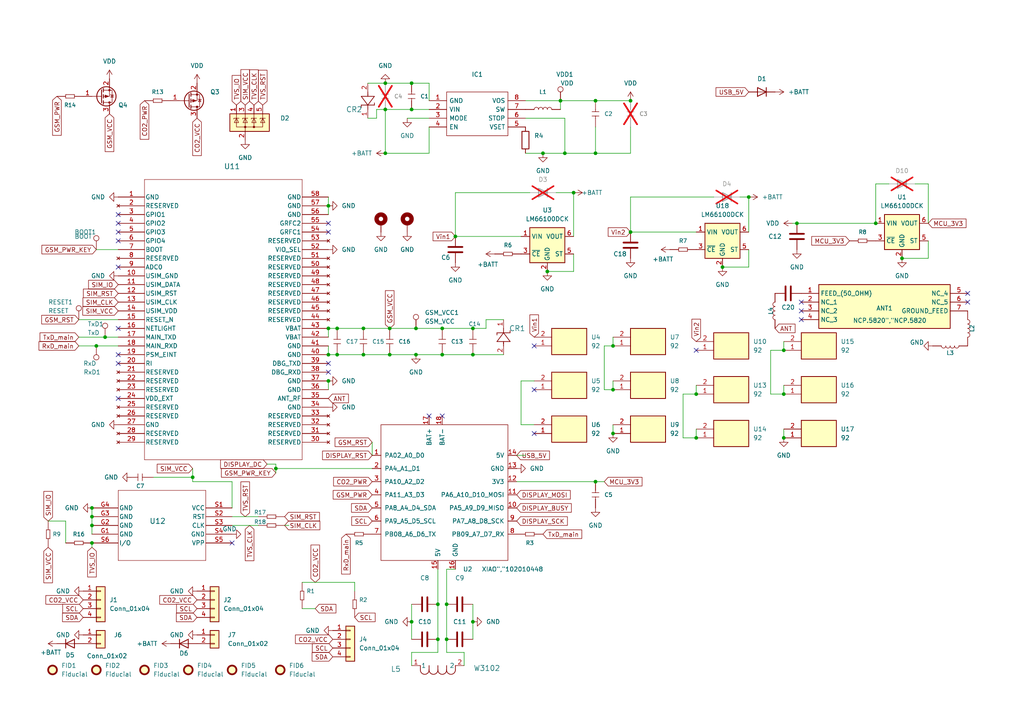
<source format=kicad_sch>
(kicad_sch (version 20231120) (generator "eeschema") (generator_version "8.0")
  (paper "A4")
  (junction (at 26.67 147.32))
  (junction (at 137.16 95.25))
  (junction (at 201.93 127))
  (junction (at 113.03 102.87))
  (junction (at 227.33 114.3))
  (junction (at 129.54 175.26))
  (junction (at 158.75 78.74))
  (junction (at 95.25 110.49))
  (junction (at 119.38 180.34))
  (junction (at 323.85 88.9))
  (junction (at 172.72 29.21))
  (junction (at 132.08 68.58))
  (junction (at 323.85 96.52))
  (junction (at 97.79 95.25))
  (junction (at 344.17 88.9))
  (junction (at 105.41 102.87))
  (junction (at 182.88 29.21))
  (junction (at 30.48 97.79))
  (junction (at 358.14 116.84))
  (junction (at 401.32 93.98))
  (junction (at 97.79 102.87))
  (junction (at 111.76 31.75))
  (junction (at 127 175.26))
  (junction (at 227.33 127))
  (junction (at 113.03 95.25))
  (junction (at 177.8 113.03))
  (junction (at 254 64.77))
  (junction (at 128.27 102.87))
  (junction (at 80.01 135.89))
  (junction (at 55.88 138.43))
  (junction (at 182.88 67.31))
  (junction (at 26.67 152.4))
  (junction (at 111.76 24.13))
  (junction (at 26.67 149.86))
  (junction (at 177.8 125.73))
  (junction (at 323.85 93.98))
  (junction (at 95.25 102.87))
  (junction (at 27.94 100.33))
  (junction (at 323.85 121.92))
  (junction (at 323.85 116.84))
  (junction (at 323.85 106.68))
  (junction (at 127 185.42))
  (junction (at 128.27 95.25))
  (junction (at 111.76 44.45))
  (junction (at 120.65 102.87))
  (junction (at 95.25 59.69))
  (junction (at 217.17 57.15))
  (junction (at 231.14 64.77))
  (junction (at 137.16 102.87))
  (junction (at 26.67 157.48))
  (junction (at 172.72 44.45))
  (junction (at 119.38 24.13))
  (junction (at 209.55 77.47))
  (junction (at 157.48 44.45))
  (junction (at 431.8 77.47))
  (junction (at 261.62 74.93))
  (junction (at 137.16 180.34))
  (junction (at 163.83 44.45))
  (junction (at 120.65 95.25))
  (junction (at 105.41 95.25))
  (junction (at 129.54 185.42))
  (junction (at 227.33 101.6))
  (junction (at 166.37 55.88))
  (junction (at 201.93 114.3))
  (junction (at 431.8 111.76))
  (junction (at 95.25 95.25))
  (junction (at 119.38 31.75))
  (junction (at 431.8 93.98))
  (junction (at 162.56 29.21))
  (junction (at 172.72 139.7))
  (junction (at 177.8 100.33))
  (no_connect (at 358.14 68.58))
  (no_connect (at 280.67 87.63))
  (no_connect (at 34.29 102.87))
  (no_connect (at 154.94 113.03))
  (no_connect (at 34.29 69.85))
  (no_connect (at 95.25 105.41))
  (no_connect (at 34.29 95.25))
  (no_connect (at 34.29 77.47))
  (no_connect (at 232.41 90.17))
  (no_connect (at 34.29 62.23))
  (no_connect (at 358.14 60.96))
  (no_connect (at 34.29 105.41))
  (no_connect (at 280.67 85.09))
  (no_connect (at 34.29 64.77))
  (no_connect (at 95.25 107.95))
  (no_connect (at 95.25 64.77))
  (no_connect (at 34.29 67.31))
  (no_connect (at 358.14 66.04))
  (no_connect (at 154.94 125.73))
  (no_connect (at 124.46 120.65))
  (no_connect (at 232.41 87.63))
  (no_connect (at 34.29 115.57))
  (no_connect (at 95.25 67.31))
  (no_connect (at 358.14 99.06))
  (no_connect (at 232.41 92.71))
  (no_connect (at 154.94 100.33))
  (no_connect (at 358.14 53.34))
  (no_connect (at 128.27 120.65))
  (no_connect (at 201.93 101.6))
  (no_connect (at 67.31 157.48))
  (wire (pts (xy 431.8 77.47) (xy 431.8 82.55)))
  (wire (pts (xy 214.63 57.15) (xy 217.17 57.15)))
  (wire (pts (xy 77.47 134.62) (xy 80.01 134.62)))
  (wire (pts (xy 140.97 92.71) (xy 140.97 95.25)))
  (wire (pts (xy 175.26 113.03) (xy 175.26 100.33)))
  (wire (pts (xy 358.14 109.22) (xy 347.98 109.22)))
  (wire (pts (xy 137.16 175.26) (xy 137.16 180.34)))
  (wire (pts (xy 26.67 158.75) (xy 26.67 157.48)))
  (wire (pts (xy 113.03 95.25) (xy 120.65 95.25)))
  (wire (pts (xy 163.83 34.29) (xy 163.83 44.45)))
  (wire (pts (xy 177.8 110.49) (xy 177.8 113.03)))
  (wire (pts (xy 55.88 138.43) (xy 55.88 135.89)))
  (wire (pts (xy 349.25 111.76) (xy 349.25 127)))
  (wire (pts (xy 358.14 91.44) (xy 344.17 91.44)))
  (wire (pts (xy 129.54 185.42) (xy 129.54 189.23)))
  (wire (pts (xy 111.76 24.13) (xy 119.38 24.13)))
  (wire (pts (xy 55.88 139.7) (xy 67.31 139.7)))
  (wire (pts (xy 22.86 92.71) (xy 34.29 92.71)))
  (wire (pts (xy 120.65 102.87) (xy 128.27 102.87)))
  (wire (pts (xy 172.72 36.83) (xy 172.72 44.45)))
  (wire (pts (xy 30.48 97.79) (xy 34.29 97.79)))
  (wire (pts (xy 346.71 106.68) (xy 346.71 116.84)))
  (wire (pts (xy 447.04 77.47) (xy 431.8 77.47)))
  (wire (pts (xy 358.14 63.5) (xy 341.63 63.5)))
  (wire (pts (xy 74.93 152.4) (xy 67.31 152.4)))
  (wire (pts (xy 97.79 95.25) (xy 105.41 95.25)))
  (wire (pts (xy 95.25 100.33) (xy 95.25 102.87)))
  (wire (pts (xy 166.37 73.66) (xy 166.37 78.74)))
  (wire (pts (xy 331.47 96.52) (xy 358.14 96.52)))
  (wire (pts (xy 22.86 100.33) (xy 27.94 100.33)))
  (wire (pts (xy 152.4 34.29) (xy 163.83 34.29)))
  (wire (pts (xy 118.11 34.29) (xy 124.46 34.29)))
  (wire (pts (xy 109.22 34.29) (xy 109.22 31.75)))
  (wire (pts (xy 269.24 69.85) (xy 269.24 74.93)))
  (wire (pts (xy 44.45 138.43) (xy 55.88 138.43)))
  (wire (pts (xy 95.25 110.49) (xy 95.25 113.03)))
  (wire (pts (xy 129.54 175.26) (xy 129.54 185.42)))
  (wire (pts (xy 162.56 29.21) (xy 162.56 31.75)))
  (wire (pts (xy 137.16 180.34) (xy 137.16 185.42)))
  (wire (pts (xy 132.08 68.58) (xy 151.13 68.58)))
  (wire (pts (xy 358.14 106.68) (xy 346.71 106.68)))
  (wire (pts (xy 19.05 157.48) (xy 19.05 151.13)))
  (wire (pts (xy 119.38 189.23) (xy 119.38 193.04)))
  (wire (pts (xy 331.47 63.5) (xy 334.01 63.5)))
  (wire (pts (xy 134.62 189.23) (xy 134.62 193.04)))
  (wire (pts (xy 80.01 135.89) (xy 107.95 135.89)))
  (wire (pts (xy 82.55 152.4) (xy 83.82 152.4)))
  (wire (pts (xy 396.24 93.98) (xy 401.32 93.98)))
  (wire (pts (xy 124.46 44.45) (xy 111.76 44.45)))
  (wire (pts (xy 124.46 36.83) (xy 124.46 44.45)))
  (wire (pts (xy 223.52 114.3) (xy 223.52 101.6)))
  (wire (pts (xy 358.14 116.84) (xy 358.14 119.38)))
  (wire (pts (xy 151.13 123.19) (xy 151.13 110.49)))
  (wire (pts (xy 129.54 189.23) (xy 134.62 189.23)))
  (wire (pts (xy 146.05 102.87) (xy 137.16 102.87)))
  (wire (pts (xy 152.4 132.08) (xy 149.86 132.08)))
  (wire (pts (xy 74.93 149.86) (xy 67.31 149.86)))
  (wire (pts (xy 38.1 138.43) (xy 36.83 138.43)))
  (wire (pts (xy 106.68 34.29) (xy 109.22 34.29)))
  (wire (pts (xy 172.72 139.7) (xy 175.26 139.7)))
  (wire (pts (xy 323.85 96.52) (xy 323.85 106.68)))
  (wire (pts (xy 201.93 114.3) (xy 198.12 114.3)))
  (wire (pts (xy 431.8 58.42) (xy 431.8 77.47)))
  (wire (pts (xy 149.86 139.7) (xy 172.72 139.7)))
  (wire (pts (xy 119.38 24.13) (xy 124.46 24.13)))
  (wire (pts (xy 231.14 64.77) (xy 254 64.77)))
  (wire (pts (xy 157.48 44.45) (xy 152.4 44.45)))
  (wire (pts (xy 140.97 92.71) (xy 146.05 92.71)))
  (wire (pts (xy 177.8 113.03) (xy 175.26 113.03)))
  (wire (pts (xy 217.17 77.47) (xy 209.55 77.47)))
  (wire (pts (xy 127 185.42) (xy 127 189.23)))
  (wire (pts (xy 140.97 95.25) (xy 137.16 95.25)))
  (wire (pts (xy 95.25 59.69) (xy 95.25 62.23)))
  (wire (pts (xy 257.81 53.34) (xy 254 53.34)))
  (wire (pts (xy 26.67 147.32) (xy 26.67 149.86)))
  (wire (pts (xy 201.93 124.46) (xy 201.93 127)))
  (wire (pts (xy 182.88 67.31) (xy 201.93 67.31)))
  (wire (pts (xy 323.85 121.92) (xy 323.85 127)))
  (wire (pts (xy 87.63 168.91) (xy 102.87 168.91)))
  (wire (pts (xy 132.08 55.88) (xy 153.67 55.88)))
  (wire (pts (xy 424.18 106.68) (xy 424.18 111.76)))
  (wire (pts (xy 217.17 57.15) (xy 217.17 67.31)))
  (wire (pts (xy 127 175.26) (xy 127 185.42)))
  (wire (pts (xy 265.43 53.34) (xy 269.24 53.34)))
  (wire (pts (xy 102.87 171.45) (xy 102.87 168.91)))
  (wire (pts (xy 111.76 44.45) (xy 111.76 31.75)))
  (wire (pts (xy 331.47 88.9) (xy 344.17 88.9)))
  (wire (pts (xy 323.85 93.98) (xy 323.85 88.9)))
  (wire (pts (xy 55.88 139.7) (xy 55.88 138.43)))
  (wire (pts (xy 269.24 53.34) (xy 269.24 64.77)))
  (wire (pts (xy 119.38 175.26) (xy 119.38 180.34)))
  (wire (pts (xy 129.54 165.1) (xy 129.54 175.26)))
  (wire (pts (xy 254 53.34) (xy 254 64.77)))
  (wire (pts (xy 424.18 111.76) (xy 431.8 111.76)))
  (wire (pts (xy 344.17 101.6) (xy 344.17 106.68)))
  (wire (pts (xy 119.38 189.23) (xy 127 189.23)))
  (wire (pts (xy 182.88 57.15) (xy 182.88 67.31)))
  (wire (pts (xy 87.63 176.53) (xy 91.44 176.53)))
  (wire (pts (xy 177.8 97.79) (xy 177.8 100.33)))
  (wire (pts (xy 182.88 44.45) (xy 182.88 36.83)))
  (wire (pts (xy 113.03 102.87) (xy 120.65 102.87)))
  (wire (pts (xy 166.37 78.74) (xy 158.75 78.74)))
  (wire (pts (xy 346.71 116.84) (xy 331.47 116.84)))
  (wire (pts (xy 358.14 101.6) (xy 344.17 101.6)))
  (wire (pts (xy 132.08 68.58) (xy 132.08 55.88)))
  (wire (pts (xy 227.33 124.46) (xy 227.33 127)))
  (wire (pts (xy 227.33 111.76) (xy 227.33 114.3)))
  (wire (pts (xy 80.01 135.89) (xy 80.01 137.16)))
  (wire (pts (xy 223.52 101.6) (xy 227.33 101.6)))
  (wire (pts (xy 22.86 97.79) (xy 30.48 97.79)))
  (wire (pts (xy 106.68 24.13) (xy 111.76 24.13)))
  (wire (pts (xy 95.25 102.87) (xy 97.79 102.87)))
  (wire (pts (xy 127 165.1) (xy 127 175.26)))
  (wire (pts (xy 26.67 149.86) (xy 26.67 152.4)))
  (wire (pts (xy 227.33 114.3) (xy 223.52 114.3)))
  (wire (pts (xy 152.4 29.21) (xy 162.56 29.21)))
  (wire (pts (xy 27.94 72.39) (xy 34.29 72.39)))
  (wire (pts (xy 107.95 128.27) (xy 107.95 132.08)))
  (wire (pts (xy 172.72 29.21) (xy 182.88 29.21)))
  (wire (pts (xy 177.8 123.19) (xy 177.8 125.73)))
  (wire (pts (xy 120.65 95.25) (xy 128.27 95.25)))
  (wire (pts (xy 67.31 139.7) (xy 67.31 147.32)))
  (wire (pts (xy 154.94 123.19) (xy 151.13 123.19)))
  (wire (pts (xy 347.98 109.22) (xy 347.98 121.92)))
  (wire (pts (xy 201.93 111.76) (xy 201.93 114.3)))
  (wire (pts (xy 217.17 72.39) (xy 217.17 77.47)))
  (wire (pts (xy 97.79 102.87) (xy 105.41 102.87)))
  (wire (pts (xy 27.94 100.33) (xy 34.29 100.33)))
  (wire (pts (xy 269.24 74.93) (xy 261.62 74.93)))
  (wire (pts (xy 358.14 111.76) (xy 349.25 111.76)))
  (wire (pts (xy 132.08 165.1) (xy 129.54 165.1)))
  (wire (pts (xy 172.72 44.45) (xy 182.88 44.45)))
  (wire (pts (xy 323.85 93.98) (xy 323.85 96.52)))
  (wire (pts (xy 227.33 99.06) (xy 227.33 101.6)))
  (wire (pts (xy 162.56 29.21) (xy 172.72 29.21)))
  (wire (pts (xy 80.01 134.62) (xy 80.01 135.89)))
  (wire (pts (xy 105.41 102.87) (xy 113.03 102.87)))
  (wire (pts (xy 119.38 31.75) (xy 111.76 31.75)))
  (wire (pts (xy 128.27 95.25) (xy 137.16 95.25)))
  (wire (pts (xy 182.88 57.15) (xy 207.01 57.15)))
  (wire (pts (xy 323.85 106.68) (xy 323.85 116.84)))
  (wire (pts (xy 119.38 31.75) (xy 124.46 31.75)))
  (wire (pts (xy 447.04 58.42) (xy 431.8 58.42)))
  (wire (pts (xy 358.14 93.98) (xy 323.85 93.98)))
  (wire (pts (xy 447.04 93.98) (xy 431.8 93.98)))
  (wire (pts (xy 95.25 57.15) (xy 95.25 59.69)))
  (wire (pts (xy 166.37 55.88) (xy 166.37 68.58)))
  (wire (pts (xy 198.12 127) (xy 201.93 127)))
  (wire (pts (xy 347.98 121.92) (xy 331.47 121.92)))
  (wire (pts (xy 229.87 64.77) (xy 231.14 64.77)))
  (wire (pts (xy 344.17 106.68) (xy 331.47 106.68)))
  (wire (pts (xy 161.29 55.88) (xy 166.37 55.88)))
  (wire (pts (xy 419.1 93.98) (xy 431.8 93.98)))
  (wire (pts (xy 105.41 95.25) (xy 113.03 95.25)))
  (wire (pts (xy 109.22 31.75) (xy 111.76 31.75)))
  (wire (pts (xy 151.13 110.49) (xy 154.94 110.49)))
  (wire (pts (xy 358.14 88.9) (xy 344.17 88.9)))
  (wire (pts (xy 119.38 180.34) (xy 119.38 185.42)))
  (wire (pts (xy 344.17 91.44) (xy 344.17 88.9)))
  (wire (pts (xy 19.05 151.13) (xy 13.97 151.13)))
  (wire (pts (xy 124.46 24.13) (xy 124.46 29.21)))
  (wire (pts (xy 401.32 93.98) (xy 411.48 93.98)))
  (wire (pts (xy 26.67 152.4) (xy 26.67 154.94)))
  (wire (pts (xy 163.83 44.45) (xy 172.72 44.45)))
  (wire (pts (xy 163.83 44.45) (xy 157.48 44.45)))
  (wire (pts (xy 431.8 93.98) (xy 431.8 90.17)))
  (wire (pts (xy 323.85 116.84) (xy 323.85 121.92)))
  (wire (pts (xy 128.27 102.87) (xy 137.16 102.87)))
  (wire (pts (xy 95.25 95.25) (xy 95.25 97.79)))
  (wire (pts (xy 349.25 127) (xy 331.47 127)))
  (wire (pts (xy 198.12 114.3) (xy 198.12 127)))
  (wire (pts (xy 175.26 100.33) (xy 177.8 100.33)))
  (wire (pts (xy 95.25 95.25) (xy 97.79 95.25)))
  (global_label "DISPLAY_DC" (shape input) (at 358.14 78.74 180) (property "Intersheetrefs" "${INTERSHEET_REFS}" (effects (hide yes))))
  (global_label "TVS_IO" (shape input) (at 26.67 158.75 270) (property "Intersheetrefs" "${INTERSHEET_REFS}" (effects (hide yes))))
  (global_label "SIM_RST" (shape input) (at 34.29 85.09 180) (property "Intersheetrefs" "${INTERSHEET_REFS}" (effects (hide yes))))
  (global_label "TVS_CLK" (shape input) (at 73.66 30.48 90) (property "Intersheetrefs" "${INTERSHEET_REFS}" (effects (hide yes))))
  (global_label "DISPLAY_BUSY" (shape input) (at 358.14 73.66 180) (property "Intersheetrefs" "${INTERSHEET_REFS}" (effects (hide yes))))
  (global_label "RxD_main" (shape input) (at 100.33 154.94 270) (property "Intersheetrefs" "${INTERSHEET_REFS}" (effects (hide yes))))
  (global_label "CO2_VCC" (shape input) (at 57.15 173.99 180) (property "Intersheetrefs" "${INTERSHEET_REFS}" (effects (hide yes))))
  (global_label "SIM_IO" (shape input) (at 34.29 82.55 180) (property "Intersheetrefs" "${INTERSHEET_REFS}" (effects (hide yes))))
  (global_label "SCL" (shape input) (at 107.95 151.13 180) (property "Intersheetrefs" "${INTERSHEET_REFS}" (effects (hide yes))))
  (global_label "DISPLAY_BUSY" (shape input) (at 149.86 147.32 0) (property "Intersheetrefs" "${INTERSHEET_REFS}" (effects (hide yes))))
  (global_label "USB_5V" (shape input) (at 217.17 26.67 180) (property "Intersheetrefs" "${INTERSHEET_REFS}" (effects (hide yes))))
  (global_label "DISPLAY_RST" (shape input) (at 107.95 132.08 180) (property "Intersheetrefs" "${INTERSHEET_REFS}" (effects (hide yes))))
  (global_label "CO2_VCC" (shape input) (at 358.14 88.9 180) (property "Intersheetrefs" "${INTERSHEET_REFS}" (effects (hide yes))))
  (global_label "DISPLAY_DC" (shape input) (at 77.47 134.62 180) (property "Intersheetrefs" "${INTERSHEET_REFS}" (effects (hide yes))))
  (global_label "CO2_VCC" (shape input) (at 96.52 185.42 180) (property "Intersheetrefs" "${INTERSHEET_REFS}" (effects (hide yes))))
  (global_label "CO2_VCC" (shape input) (at 24.13 173.99 180) (property "Intersheetrefs" "${INTERSHEET_REFS}" (effects (hide yes))))
  (global_label "SDA" (shape input) (at 57.15 179.07 180) (property "Intersheetrefs" "${INTERSHEET_REFS}" (effects (hide yes))))
  (global_label "DISPLAY_SCK" (shape input) (at 358.14 83.82 180) (property "Intersheetrefs" "${INTERSHEET_REFS}" (effects (hide yes))))
  (global_label "SIM_VCC" (shape input) (at 71.12 30.48 90) (property "Intersheetrefs" "${INTERSHEET_REFS}" (effects (hide yes))))
  (global_label "ANT" (shape input) (at 224.79 95.25 0) (property "Intersheetrefs" "${INTERSHEET_REFS}" (effects (hide yes))))
  (global_label "GSM_VCC" (shape input) (at 31.75 33.02 270) (property "Intersheetrefs" "${INTERSHEET_REFS}" (effects (hide yes))))
  (global_label "CO2_VCC" (shape input) (at 91.44 168.91 90) (property "Intersheetrefs" "${INTERSHEET_REFS}" (effects (hide yes))))
  (global_label "SCL" (shape input) (at 96.52 187.96 180) (property "Intersheetrefs" "${INTERSHEET_REFS}" (effects (hide yes))))
  (global_label "SDA" (shape input) (at 96.52 190.5 180) (property "Intersheetrefs" "${INTERSHEET_REFS}" (effects (hide yes))))
  (global_label "MCU_3V3" (shape input) (at 246.38 69.85 180) (property "Intersheetrefs" "${INTERSHEET_REFS}" (effects (hide yes))))
  (global_label "PREVGL" (shape input) (at 358.14 109.22 180) (property "Intersheetrefs" "${INTERSHEET_REFS}" (effects (hide yes))))
  (global_label "TVS_RST" (shape input) (at 71.12 149.86 90) (property "Intersheetrefs" "${INTERSHEET_REFS}" (effects (hide yes))))
  (global_label "GSM_RST" (shape input) (at 22.86 92.71 180) (property "Intersheetrefs" "${INTERSHEET_REFS}" (effects (hide yes))))
  (global_label "TVS_IO" (shape input) (at 68.58 30.48 90) (property "Intersheetrefs" "${INTERSHEET_REFS}" (effects (hide yes))))
  (global_label "SIM_RST" (shape input) (at 82.55 149.86 0) (property "Intersheetrefs" "${INTERSHEET_REFS}" (effects (hide yes))))
  (global_label "Vin2" (shape input) (at 201.93 99.06 90) (property "Intersheetrefs" "${INTERSHEET_REFS}" (effects (hide yes))))
  (global_label "SDA" (shape input) (at 24.13 179.07 180) (property "Intersheetrefs" "${INTERSHEET_REFS}" (effects (hide yes))))
  (global_label "SDA" (shape input) (at 107.95 147.32 180) (property "Intersheetrefs" "${INTERSHEET_REFS}" (effects (hide yes))))
  (global_label "MCU_3V3" (shape input) (at 269.24 64.77 0) (property "Intersheetrefs" "${INTERSHEET_REFS}" (effects (hide yes))))
  (global_label "PREVGH" (shape input) (at 454.66 93.98 0) (property "Intersheetrefs" "${INTERSHEET_REFS}" (effects (hide yes))))
  (global_label "GSM_VCC" (shape input) (at 113.03 95.25 90) (property "Intersheetrefs" "${INTERSHEET_REFS}" (effects (hide yes))))
  (global_label "GSM_PWR_KEY" (shape input) (at 27.94 72.39 180) (property "Intersheetrefs" "${INTERSHEET_REFS}" (effects (hide yes))))
  (global_label "SCL" (shape input) (at 24.13 176.53 180) (property "Intersheetrefs" "${INTERSHEET_REFS}" (effects (hide yes))))
  (global_label "RESE" (shape input) (at 358.14 58.42 180) (property "Intersheetrefs" "${INTERSHEET_REFS}" (effects (hide yes))))
  (global_label "TVS_CLK" (shape input) (at 72.39 152.4 270) (property "Intersheetrefs" "${INTERSHEET_REFS}" (effects (hide yes))))
  (global_label "GSM_PWR" (shape input) (at 107.95 143.51 180) (property "Intersheetrefs" "${INTERSHEET_REFS}" (effects (hide yes))))
  (global_label "CO2_PWR" (shape input) (at 41.91 29.21 270) (property "Intersheetrefs" "${INTERSHEET_REFS}" (effects (hide yes))))
  (global_label "CO2_VCC" (shape input) (at 57.15 34.29 270) (property "Intersheetrefs" "${INTERSHEET_REFS}" (effects (hide yes))))
  (global_label "TVS_RST" (shape input) (at 76.2 30.48 90) (property "Intersheetrefs" "${INTERSHEET_REFS}" (effects (hide yes))))
  (global_label "SIM_VCC" (shape input) (at 34.29 90.17 180) (property "Intersheetrefs" "${INTERSHEET_REFS}" (effects (hide yes))))
  (global_label "Vin1" (shape input) (at 154.94 97.79 90) (property "Intersheetrefs" "${INTERSHEET_REFS}" (effects (hide yes))))
  (global_label "SCL" (shape input) (at 57.15 176.53 180) (property "Intersheetrefs" "${INTERSHEET_REFS}" (effects (hide yes))))
  (global_label "CO2_VCC" (shape input) (at 396.24 93.98 180) (property "Intersheetrefs" "${INTERSHEET_REFS}" (effects (hide yes))))
  (global_label "TxD_main" (shape input) (at 22.86 97.79 180) (property "Intersheetrefs" "${INTERSHEET_REFS}" (effects (hide yes))))
  (global_label "DISPLAY_MOSI" (shape input) (at 149.86 143.51 0) (property "Intersheetrefs" "${INTERSHEET_REFS}" (effects (hide yes))))
  (global_label "DISPLAY_MOSI" (shape input) (at 358.14 86.36 180) (property "Intersheetrefs" "${INTERSHEET_REFS}" (effects (hide yes))))
  (global_label "GSM_RST" (shape input) (at 107.95 128.27 180) (property "Intersheetrefs" "${INTERSHEET_REFS}" (effects (hide yes))))
  (global_label "PREVGL" (shape input) (at 454.66 77.47 0) (property "Intersheetrefs" "${INTERSHEET_REFS}" (effects (hide yes))))
  (global_label "USB_5V" (shape input) (at 149.86 132.08 0) (property "Intersheetrefs" "${INTERSHEET_REFS}" (effects (hide yes))))
  (global_label "Vin2" (shape input) (at 182.88 67.31 180) (property "Intersheetrefs" "${INTERSHEET_REFS}" (effects (hide yes))))
  (global_label "CO2_PWR" (shape input) (at 107.95 139.7 180) (property "Intersheetrefs" "${INTERSHEET_REFS}" (effects (hide yes))))
  (global_label "ANT" (shape input) (at 95.25 115.57 0) (property "Intersheetrefs" "${INTERSHEET_REFS}" (effects (hide yes))))
  (global_label "GSM_PWR" (shape input) (at 16.51 27.94 270) (property "Intersheetrefs" "${INTERSHEET_REFS}" (effects (hide yes))))
  (global_label "GSM_PWR_KEY" (shape input) (at 80.01 137.16 180) (property "Intersheetrefs" "${INTERSHEET_REFS}" (effects (hide yes))))
  (global_label "RESE" (shape input) (at 431.8 104.14 0) (property "Intersheetrefs" "${INTERSHEET_REFS}" (effects (hide yes))))
  (global_label "SIM_IO" (shape input) (at 13.97 151.13 90) (property "Intersheetrefs" "${INTERSHEET_REFS}" (effects (hide yes))))
  (global_label "GDR" (shape input) (at 358.14 55.88 180) (property "Intersheetrefs" "${INTERSHEET_REFS}" (effects (hide yes))))
  (global_label "PREVGH" (shape input) (at 358.14 104.14 180) (property "Intersheetrefs" "${INTERSHEET_REFS}" (effects (hide yes))))
  (global_label "GDR" (shape input) (at 424.18 99.06 180) (property "Intersheetrefs" "${INTERSHEET_REFS}" (effects (hide yes))))
  (global_label "SIM_CLK" (shape input) (at 34.29 87.63 180) (property "Intersheetrefs" "${INTERSHEET_REFS}" (effects (hide yes))))
  (global_label "SIM_CLK" (shape input) (at 82.55 152.4 0) (property "Intersheetrefs" "${INTERSHEET_REFS}" (effects (hide yes))))
  (global_label "SIM_VCC" (shape input) (at 13.97 158.75 270) (property "Intersheetrefs" "${INTERSHEET_REFS}" (effects (hide yes))))
  (global_label "TxD_main" (shape input) (at 157.48 154.94 0) (property "Intersheetrefs" "${INTERSHEET_REFS}" (effects (hide yes))))
  (global_label "SCL" (shape input) (at 102.87 179.07 0) (property "Intersheetrefs" "${INTERSHEET_REFS}" (effects (hide yes))))
  (global_label "SIM_VCC" (shape input) (at 55.88 135.89 180) (property "Intersheetrefs" "${INTERSHEET_REFS}" (effects (hide yes))))
  (global_label "Vin1" (shape input) (at 132.08 68.58 180) (property "Intersheetrefs" "${INTERSHEET_REFS}" (effects (hide yes))))
  (global_label "MCU_3V3" (shape input) (at 175.26 139.7 0) (property "Intersheetrefs" "${INTERSHEET_REFS}" (effects (hide yes))))
  (global_label "RxD_main" (shape input) (at 22.86 100.33 180) (property "Intersheetrefs" "${INTERSHEET_REFS}" (effects (hide yes))))
  (global_label "SDA" (shape input) (at 91.44 176.53 0) (property "Intersheetrefs" "${INTERSHEET_REFS}" (effects (hide yes))))
  (global_label "DISPLAY_RST" (shape input) (at 358.14 76.2 180) (property "Intersheetrefs" "${INTERSHEET_REFS}" (effects (hide yes))))
  (global_label "DISPLAY_SCK" (shape input) (at 149.86 151.13 0) (property "Intersheetrefs" "${INTERSHEET_REFS}" (effects (hide yes))))
  (symbol (lib_id "92:92") (at 154.94 97.79 0) (unit 1) (in_bom no)
    (property "Reference" "U4" (at 171.45 97.7899 0) (effects (justify left)))
    (property "Value" "92" (at 171.45 100.3299 0) (effects (justify left)))
    (property "Footprint" "92" (effects (hide yes)))
    (property "Datasheet" "https://datasheet.datasheetarchive.com/originals/distributors/Datasheets-AE/DSA3AE00004.pdf" (effects (hide yes)))
    (property "Description" "Cylindrical Battery Contacts, Clips, Holders & Springs PC Battery CLIP A/AA" (effects (hide yes)))
    (property "Mouser Part Number" "534-092" (effects (hide yes)))
    (property "Mouser Price/Stock" "https://www.mouser.co.uk/ProductDetail/Keystone-Electronics/92?qs=ygfPscbNso0jAAuAf2q8Lg%3D%3D" (effects (hide yes)))
    (property "Manufacturer_Name" "Keystone Electronics" (effects (hide yes)))
    (property "Manufacturer_Part_Number" "92" (effects (hide yes)))
  )
  (symbol (lib_id "power:GND") (at 401.32 101.6 0) (unit 1)
    (property "Reference" "#PWR058" (effects (hide yes)))
    (property "Value" "GND" (at 401.32 106.68 0))
  )
  (symbol (lib_id "power:GND") (at 227.33 127 0) (mirror y) (unit 1)
    (property "Reference" "#PWR047" (effects (hide yes)))
    (property "Value" "GND" (at 227.33 132.08 0))
  )
  (symbol (lib_id "power:GND") (at 118.11 34.29 0) (unit 1)
    (property "Reference" "#PWR011" (effects (hide yes)))
    (property "Value" "GND" (at 118.11 39.37 0))
  )
  (symbol (lib_id "2024-05-13_18-19-55:CUHZ5V6_H3F") (at 106.68 24.13 90) (mirror x) (unit 1)
    (property "Reference" "CR2" (at 100.33 31.75 90) (effects (font (size 1.524 1.524)) (justify right)))
    (property "Value" "CUHZ5V6_H3F\",\"CUHZ5V6_H3F" (effects (hide yes)))
    (property "Footprint" "kicad_mod:ZDO_30V_H3F_TOS" (effects (hide yes)))
    (property "Datasheet" "CUHZ5V6_H3F" (effects (hide yes)))
  )
  (symbol (lib_id "power:GND") (at 177.8 125.73 0) (unit 1)
    (property "Reference" "#PWR046" (effects (hide yes)))
    (property "Value" "GND" (at 177.8 130.81 0))
  )
  (symbol (lib_id "OPL_Capacitor:CERAMIC-1UF-25V-10%-X7R_0603_") (at 128.27 99.06 270) (unit 1)
    (property "Reference" "C13" (at 130.81 99.06 90) (effects (font (size 1.143 1.143)) (justify left)))
    (property "Value" "47uF\",\"MSASL21GBB5476MTNA01" (effects (hide yes)))
    (property "Footprint" "kicad_mod:C0805" (effects (hide yes)))
    (property "MPN" "MSASL21GBB5476MTNA01" (effects (hide yes)))
    (property "SKU" "302010139" (effects (hide yes)))
  )
  (symbol (lib_id "power:GND") (at 358.14 71.12 270) (unit 1)
    (property "Reference" "#PWR059" (effects (hide yes)))
    (property "Value" "GND" (at 354.33 71.12 90) (effects (justify right)))
  )
  (symbol (lib_id "2024-05-13_18-19-55:CUHZ5V6_H3F") (at 146.05 102.87 270) (mirror x) (unit 1)
    (property "Reference" "CR1" (at 152.4 95.25 90) (effects (font (size 1.524 1.524)) (justify right)))
    (property "Value" "CUHZ5V6_H3F\",\"CUHZ5V6_H3F" (effects (hide yes)))
    (property "Footprint" "kicad_mod:ZDO_30V_H3F_TOS" (effects (hide yes)))
    (property "Datasheet" "CUHZ5V6_H3F" (effects (hide yes)))
  )
  (symbol (lib_id "power:GND") (at 26.67 147.32 270) (unit 1)
    (property "Reference" "#PWR031" (effects (hide yes)))
    (property "Value" "GND" (at 22.86 147.32 90) (effects (justify right)))
  )
  (symbol (lib_id "Mechanical:Fiducial") (at 41.91 194.31 0) (unit 1) (in_bom no)
    (property "Reference" "FID3" (at 44.45 193.04 0) (effects (justify left)))
    (property "Value" "Fiducial" (at 44.45 195.58 0) (effects (justify left)))
    (property "Footprint" "Fiducial:Fiducial_1mm_Mask2mm" (effects (hide yes)))
  )
  (symbol (lib_id "Device:C") (at 133.35 185.42 90) (unit 1)
    (property "Reference" "C11" (at 133.35 180.34 90))
    (property "Value" "3.6pF\",\"CBR06C369B5GAC" (effects (hide yes)))
    (property "Footprint" "kicad_mod:C0603" (effects (hide yes)))
  )
  (symbol (lib_id "Device:C") (at 182.88 71.12 180) (unit 1)
    (property "Reference" "C18" (at 179.832 73.66 0))
    (property "Value" "1uF\",CC0603KRX5R7BB105" (effects (hide yes)))
    (property "Footprint" "kicad_mod:C0603" (effects (hide yes)))
    (property "Description" "CC0603KRX5R7BB105 1uF capacitor" (effects (hide yes)))
  )
  (symbol (lib_id "92:92") (at 227.33 111.76 0) (unit 1) (in_bom no)
    (property "Reference" "U16" (at 243.84 111.7599 0) (effects (justify left)))
    (property "Value" "92" (at 243.84 114.2999 0) (effects (justify left)))
    (property "Footprint" "92" (effects (hide yes)))
    (property "Datasheet" "https://datasheet.datasheetarchive.com/originals/distributors/Datasheets-AE/DSA3AE00004.pdf" (effects (hide yes)))
    (property "Description" "Cylindrical Battery Contacts, Clips, Holders & Springs PC Battery CLIP A/AA" (effects (hide yes)))
    (property "Mouser Part Number" "534-092" (effects (hide yes)))
    (property "Mouser Price/Stock" "https://www.mouser.co.uk/ProductDetail/Keystone-Electronics/92?qs=ygfPscbNso0jAAuAf2q8Lg%3D%3D" (effects (hide yes)))
    (property "Manufacturer_Name" "Keystone Electronics" (effects (hide yes)))
    (property "Manufacturer_Part_Number" "92" (effects (hide yes)))
  )
  (symbol (lib_id "Diode:MBR0530") (at 450.85 58.42 180) (unit 1)
    (property "Reference" "D8" (at 451.1675 52.07 0))
    (property "Value" "MBR0530" (at 451.1675 54.61 0))
    (property "Footprint" "Diode_SMD:D_SOD-123" (effects (hide yes)))
    (property "Datasheet" "http://www.mccsemi.com/up_pdf/MBR0520~MBR0580(SOD123).pdf" (effects (hide yes)))
    (property "Description" "30V 0.5A Schottky Power Rectifier Diode, SOD-123" (effects (hide yes)))
  )
  (symbol (lib_id "OPL_Inductor:SMD-INDUCTOR-10UH-20%-2.35A_5X5X4MM_") (at 275.59 100.33 180) (unit 1)
    (property "Reference" "L3" (at 275.59 102.362 0) (effects (font (size 1.143 1.143))))
    (property "Value" "6.8nH\",\"LRC0402CJ6N8GV001T" (effects (hide yes)))
    (property "Footprint" "Inductor_SMD:L_0603_1608Metric" (effects (hide yes)))
    (property "MPN" "RS-03000JT" (effects (hide yes)))
    (property "SKU" "303010147" (effects (hide yes)))
  )
  (symbol (lib_id "power:GND") (at 24.13 184.15 270) (unit 1)
    (property "Reference" "#PWR012" (effects (hide yes)))
    (property "Value" "GND" (at 20.32 184.15 90) (effects (justify right)))
  )
  (symbol (lib_id "Connector_Generic:Conn_01x04") (at 101.6 185.42 0) (unit 1) (in_bom no)
    (property "Reference" "J4" (at 104.14 185.4199 0) (effects (justify left)))
    (property "Value" "Conn_01x04" (at 104.14 187.9599 0) (effects (justify left)))
    (property "Footprint" "Connector_PinSocket_2.54mm:PinSocket_1x04_P2.54mm_Vertical" (effects (hide yes)))
    (property "Description" "Generic connector, single row, 01x04, script generated (kicad-library-utils/schlib/autogen/connector/)" (effects (hide yes)))
  )
  (symbol (lib_id "power:GND") (at 231.14 72.39 0) (unit 1)
    (property "Reference" "#PWR040" (effects (hide yes)))
    (property "Value" "GND" (at 231.14 77.47 0))
  )
  (symbol (lib_id "2024-04-30_20-50-00:BC660KGLAA-I03-SNASA") (at 34.29 57.15 0) (unit 1)
    (property "Reference" "U11" (at 67.31 48.26 0) (effects (font (size 1.524 1.524))))
    (property "Value" "BC660KGLAA-I03-SNASA\",\"BC660KGLAA-I03-SNASA" (effects (hide yes)))
    (property "Footprint" "bc660:BC66_QWS" (effects (hide yes)))
    (property "Datasheet" "BC660KGLAA-I03-SNASA" (effects (hide yes)))
  )
  (symbol (lib_id "power:GND") (at 454.66 101.6 0) (unit 1)
    (property "Reference" "#PWR048" (effects (hide yes)))
    (property "Value" "GND" (at 454.66 106.68 0))
  )
  (symbol (lib_id "Connector:TestPoint") (at 27.94 72.39 0) (unit 1) (in_bom no)
    (property "Reference" "BOOT1" (at 21.59 67.31 0) (effects (justify left)))
    (property "Value" "BOOT" (at 21.59 68.58 0) (effects (justify left)))
    (property "Footprint" "TestPoint:TestPoint_Pad_1.0x1.0mm" (effects (hide yes)))
  )
  (symbol (lib_id "OPL_Capacitor:CERAMIC-1UF-25V-10%-X7R_0603_") (at 40.64 138.43 180) (unit 1)
    (property "Reference" "C7" (at 41.91 140.97 0) (effects (font (size 1.143 1.143)) (justify left)))
    (property "Value" "100nF\",\"CC0805KRX7R9BB104" (effects (hide yes)))
    (property "Footprint" "kicad_mod:C0805" (effects (hide yes)))
    (property "Datasheet" "CC0805KRX7R9BB104" (effects (hide yes)))
    (property "MPN" "CC0805KRX7R9BB104" (effects (hide yes)))
    (property "SKU" "302010139" (effects (hide yes)))
  )
  (symbol (lib_id "Connector_Generic:Conn_01x02") (at 62.23 184.15 0) (unit 1) (in_bom no)
    (property "Reference" "J7" (at 66.04 184.1499 0) (effects (justify left)))
    (property "Value" "Conn_01x02" (at 66.04 186.6899 0) (effects (justify left)))
    (property "Footprint" "Connector_PinHeader_2.54mm:PinHeader_1x02_P2.54mm_Vertical" (effects (hide yes)))
    (property "Description" "Generic connector, single row, 01x02, script generated (kicad-library-utils/schlib/autogen/connector/)" (effects (hide yes)))
  )
  (symbol (lib_id "OPL_Capacitor:CERAMIC-1UF-25V-10%-X7R_0603_") (at 172.72 143.51 270) (unit 1)
    (property "Reference" "C5" (at 175.26 143.51 90) (effects (font (size 1.143 1.143)) (justify left)))
    (property "Value" "10uF\",\"EMK212BJ106KG-T" (effects (hide yes)))
    (property "Footprint" "kicad_mod:C0805" (effects (hide yes)))
    (property "MPN" "EMK212BJ106KG-T" (effects (hide yes)))
    (property "SKU" "302010139" (effects (hide yes)))
  )
  (symbol (lib_id "Device:C") (at 123.19 185.42 270) (unit 1)
    (property "Reference" "C10" (at 123.19 180.34 90))
    (property "Value" "3.6pF\",\"CBR06C369B5GAC" (effects (hide yes)))
    (property "Footprint" "kicad_mod:C0603" (effects (hide yes)))
  )
  (symbol (lib_id "NCS_5820:NCP.5820") (at 232.41 85.09 0) (unit 1)
    (property "Reference" "ANT1" (at 256.54 89.408 0))
    (property "Value" "NCP.5820\",\"NCP.5820" (at 258.064 92.964 0))
    (property "Footprint" "kicad_mod:NCP5820" (effects (hide yes)))
    (property "Datasheet" "https://www.mouser.co.uk/datasheet/2/398/NCP.5820-1509088.pdf" (effects (hide yes)))
    (property "Height" "2.3" (effects (hide yes)))
    (property "Mouser Part Number" "960-NCP5820" (effects (hide yes)))
    (property "Mouser Price/Stock" "https://www.mouser.co.uk/ProductDetail/Taoglas/NCP.5820?qs=PqoDHHvF648ZTncEgXU3Pg%3D%3D" (effects (hide yes)))
    (property "Manufacturer_Name" "Taoglas" (effects (hide yes)))
    (property "Manufacturer_Part_Number" "NCP.5820" (effects (hide yes)))
  )
  (symbol (lib_id "92:92") (at 154.94 110.49 0) (unit 1) (in_bom no)
    (property "Reference" "U5" (at 171.45 110.4899 0) (effects (justify left)))
    (property "Value" "92" (at 171.45 113.0299 0) (effects (justify left)))
    (property "Footprint" "92" (effects (hide yes)))
    (property "Datasheet" "https://datasheet.datasheetarchive.com/originals/distributors/Datasheets-AE/DSA3AE00004.pdf" (effects (hide yes)))
    (property "Description" "Cylindrical Battery Contacts, Clips, Holders & Springs PC Battery CLIP A/AA" (effects (hide yes)))
    (property "Mouser Part Number" "534-092" (effects (hide yes)))
    (property "Mouser Price/Stock" "https://www.mouser.co.uk/ProductDetail/Keystone-Electronics/92?qs=ygfPscbNso0jAAuAf2q8Lg%3D%3D" (effects (hide yes)))
    (property "Manufacturer_Name" "Keystone Electronics" (effects (hide yes)))
    (property "Manufacturer_Part_Number" "92" (effects (hide yes)))
  )
  (symbol (lib_id "Connector:TestPoint") (at 30.48 97.79 0) (unit 1) (in_bom no)
    (property "Reference" "TxD1" (at 25.4 93.98 0) (effects (justify left)))
    (property "Value" "TxD" (at 25.4 96.52 0) (effects (justify left)))
    (property "Footprint" "TestPoint:TestPoint_Pad_1.0x1.0mm" (effects (hide yes)))
  )
  (symbol (lib_id "power:GND") (at 34.29 80.01 270) (unit 1)
    (property "Reference" "#PWR041" (effects (hide yes)))
    (property "Value" "GND" (at 30.48 80.01 90) (effects (justify right)))
  )
  (symbol (lib_id "power:GND") (at 118.11 67.31 0) (mirror y) (unit 1)
    (property "Reference" "#PWR028" (effects (hide yes)))
    (property "Value" "GND" (at 118.11 72.39 0))
  )
  (symbol (lib_id "OPL_Resistor:SMD-RES-10K-5%-1_10W_0603_") (at 78.74 149.86 180) (unit 1)
    (property "Reference" "R17" (at 75.438 148.59 0) (effects (font (size 1.143 1.143))))
    (property "Value" "22R\",\"22R" (effects (hide yes)))
    (property "Footprint" "kicad_mod:R0603" (effects (hide yes)))
    (property "MPN" "ESR03EZPF1000" (effects (hide yes)))
    (property "SKU" "301010293" (effects (hide yes)))
  )
  (symbol (lib_id "Mechanical:Fiducial") (at 81.28 194.31 0) (unit 1) (in_bom no)
    (property "Reference" "FID6" (at 83.82 193.04 0) (effects (justify left)))
    (property "Value" "Fiducial" (at 83.82 195.58 0) (effects (justify left)))
    (property "Footprint" "Fiducial:Fiducial_1mm_Mask2mm" (effects (hide yes)))
  )
  (symbol (lib_id "power:+BATT") (at 224.79 26.67 270) (mirror x) (unit 1)
    (property "Reference" "#PWR01" (effects (hide yes)))
    (property "Value" "+BATT" (at 228.6 26.67 90) (effects (justify left)))
  )
  (symbol (lib_id "Connector:TestPoint") (at 162.56 29.21 0) (unit 1) (in_bom no)
    (property "Reference" "VDD1" (at 161.29 21.59 0) (effects (justify left)))
    (property "Value" "VDD" (at 162.56 24.13 0) (effects (justify left)))
    (property "Footprint" "TestPoint:TestPoint_Pad_1.0x1.0mm" (effects (hide yes)))
  )
  (symbol (lib_id "92:92") (at 201.93 111.76 0) (unit 1) (in_bom no)
    (property "Reference" "U13" (at 218.44 111.7599 0) (effects (justify left)))
    (property "Value" "92" (at 218.44 114.2999 0) (effects (justify left)))
    (property "Footprint" "92" (effects (hide yes)))
    (property "Datasheet" "https://datasheet.datasheetarchive.com/originals/distributors/Datasheets-AE/DSA3AE00004.pdf" (effects (hide yes)))
    (property "Description" "Cylindrical Battery Contacts, Clips, Holders & Springs PC Battery CLIP A/AA" (effects (hide yes)))
    (property "Mouser Part Number" "534-092" (effects (hide yes)))
    (property "Mouser Price/Stock" "https://www.mouser.co.uk/ProductDetail/Keystone-Electronics/92?qs=ygfPscbNso0jAAuAf2q8Lg%3D%3D" (effects (hide yes)))
    (property "Manufacturer_Name" "Keystone Electronics" (effects (hide yes)))
    (property "Manufacturer_Part_Number" "92" (effects (hide yes)))
  )
  (symbol (lib_id "Device:C") (at 327.66 106.68 270) (unit 1)
    (property "Reference" "C26" (at 330.708 105.41 90))
    (property "Value" "1uF\",CC0603KRX5R7BB105" (effects (hide yes)))
    (property "Footprint" "kicad_mod:C0603" (effects (hide yes)))
    (property "Description" "CC0603KRX5R7BB105 1uF capacitor" (effects (hide yes)))
  )
  (symbol (lib_id "Diode:1N4148WT") (at 220.98 26.67 180) (unit 1)
    (property "Reference" "D1" (at 220.98 22.86 0))
    (property "Value" "NSR0520V2\",\"NSR0520V2" (effects (hide yes)))
    (property "Footprint" "Diode_SMD:D_SOD-523" (effects (hide yes)))
    (property "Description" "Diode, SOD-523" (effects (hide yes)))
    (property "Sim.Device" "D" (effects (hide yes)))
    (property "Sim.Pins" "1=K 2=A" (effects (hide yes)))
  )
  (symbol (lib_id "Diode:1N4148WT") (at 261.62 53.34 180) (unit 1) (in_bom no) (dnp yes)
    (property "Reference" "D10" (at 261.62 49.53 0))
    (property "Value" "NSR0520V2\",\"NSR0520V2" (effects (hide yes)))
    (property "Footprint" "Diode_SMD:D_SOD-523" (effects (hide yes)))
    (property "Description" "Diode, SOD-523" (effects (hide yes)))
    (property "Sim.Device" "D" (effects (hide yes)))
    (property "Sim.Pins" "1=K 2=A" (effects (hide yes)))
  )
  (symbol (lib_id "92:92") (at 177.8 97.79 0) (unit 1) (in_bom no)
    (property "Reference" "U7" (at 194.31 97.7899 0) (effects (justify left)))
    (property "Value" "92" (at 194.31 100.3299 0) (effects (justify left)))
    (property "Footprint" "92" (effects (hide yes)))
    (property "Datasheet" "https://datasheet.datasheetarchive.com/originals/distributors/Datasheets-AE/DSA3AE00004.pdf" (effects (hide yes)))
    (property "Description" "Cylindrical Battery Contacts, Clips, Holders & Springs PC Battery CLIP A/AA" (effects (hide yes)))
    (property "Mouser Part Number" "534-092" (effects (hide yes)))
    (property "Mouser Price/Stock" "https://www.mouser.co.uk/ProductDetail/Keystone-Electronics/92?qs=ygfPscbNso0jAAuAf2q8Lg%3D%3D" (effects (hide yes)))
    (property "Manufacturer_Name" "Keystone Electronics" (effects (hide yes)))
    (property "Manufacturer_Part_Number" "92" (effects (hide yes)))
  )
  (symbol (lib_name "MountingHole_Pad_MP_1") (lib_id "Mechanical:MountingHole_Pad_MP") (at 110.49 64.77 0) (unit 1) (exclude_from_sim yes) (in_bom no)
    (property "Reference" "H2" (effects (hide yes)))
    (property "Value" "MountingHole_Pad_MP" (effects (hide yes)))
    (property "Footprint" "MountingHole:MountingHole_2.7mm_M2.5_ISO14580_Pad" (effects (hide yes)))
    (property "Description" "Mounting Hole with connection as pad named MP" (effects (hide yes)))
  )
  (symbol (lib_id "Device:C") (at 327.66 121.92 270) (unit 1)
    (property "Reference" "C29" (at 330.708 120.65 90))
    (property "Value" "1uF\",CC0603KRX5R7BB105" (effects (hide yes)))
    (property "Footprint" "kicad_mod:C0603" (effects (hide yes)))
    (property "Description" "CC0603KRX5R7BB105 1uF capacitor" (effects (hide yes)))
  )
  (symbol (lib_id "power:GND") (at 209.55 77.47 0) (unit 1)
    (property "Reference" "#PWR026" (effects (hide yes)))
    (property "Value" "GND" (at 209.55 82.55 0))
  )
  (symbol (lib_id "power:+BATT") (at 143.51 73.66 90) (mirror x) (unit 1)
    (property "Reference" "#PWR044" (effects (hide yes)))
    (property "Value" "+BATT" (at 144.526 76.708 90) (effects (justify left)))
  )
  (symbol (lib_id "92:92") (at 201.93 99.06 0) (unit 1) (in_bom no)
    (property "Reference" "U10" (at 218.44 99.0599 0) (effects (justify left)))
    (property "Value" "92" (at 218.44 101.5999 0) (effects (justify left)))
    (property "Footprint" "92" (effects (hide yes)))
    (property "Datasheet" "https://datasheet.datasheetarchive.com/originals/distributors/Datasheets-AE/DSA3AE00004.pdf" (effects (hide yes)))
    (property "Description" "Cylindrical Battery Contacts, Clips, Holders & Springs PC Battery CLIP A/AA" (effects (hide yes)))
    (property "Mouser Part Number" "534-092" (effects (hide yes)))
    (property "Mouser Price/Stock" "https://www.mouser.co.uk/ProductDetail/Keystone-Electronics/92?qs=ygfPscbNso0jAAuAf2q8Lg%3D%3D" (effects (hide yes)))
    (property "Manufacturer_Name" "Keystone Electronics" (effects (hide yes)))
    (property "Manufacturer_Part_Number" "92" (effects (hide yes)))
  )
  (symbol (lib_id "power:GND") (at 431.8 111.76 0) (unit 1)
    (property "Reference" "#PWR057" (effects (hide yes)))
    (property "Value" "GND" (at 431.8 116.84 0))
  )
  (symbol (lib_id "power:GND") (at 71.12 40.64 0) (unit 1)
    (property "Reference" "#PWR027" (effects (hide yes)))
    (property "Value" "GND" (at 71.12 45.72 0))
  )
  (symbol (lib_id "power:VDD") (at 229.87 64.77 90) (unit 1)
    (property "Reference" "#PWR016" (effects (hide yes)))
    (property "Value" "VDD" (at 226.06 64.77 90) (effects (justify left)))
  )
  (symbol (lib_id "power:GND") (at 132.08 76.2 0) (unit 1)
    (property "Reference" "#PWR033" (effects (hide yes)))
    (property "Value" "GND" (at 132.08 81.28 0))
  )
  (symbol (lib_id "Device:C") (at 337.82 63.5 270) (unit 1)
    (property "Reference" "C22" (at 337.82 67.818 90))
    (property "Value" "1uF\",CC0603KRX5R7BB105" (effects (hide yes)))
    (property "Footprint" "kicad_mod:C0603" (effects (hide yes)))
    (property "Description" "CC0603KRX5R7BB105 1uF capacitor" (effects (hide yes)))
  )
  (symbol (lib_id "Connector_Generic:Conn_01x04") (at 29.21 173.99 0) (unit 1) (in_bom no)
    (property "Reference" "J1" (at 31.75 173.9899 0) (effects (justify left)))
    (property "Value" "Conn_01x04" (at 31.75 176.5299 0) (effects (justify left)))
    (property "Footprint" "Connector_PinSocket_2.54mm:PinSocket_1x04_P2.54mm_Vertical" (effects (hide yes)))
    (property "Description" "Generic connector, single row, 01x04, script generated (kicad-library-utils/schlib/autogen/connector/)" (effects (hide yes)))
  )
  (symbol (lib_id "power:GND") (at 34.29 57.15 270) (unit 1)
    (property "Reference" "#PWR039" (effects (hide yes)))
    (property "Value" "GND" (at 30.48 57.15 90) (effects (justify right)))
  )
  (symbol (lib_id "OPL_Capacitor:CERAMIC-1UF-25V-10%-X7R_0603_") (at 172.72 33.02 270) (unit 1)
    (property "Reference" "C2" (at 175.26 33.02 90) (effects (font (size 1.143 1.143)) (justify left)))
    (property "Value" "10uF\",\"EMK212BJ106KG-T" (effects (hide yes)))
    (property "Footprint" "kicad_mod:C0805" (effects (hide yes)))
    (property "MPN" "EMK212BJ106KG-T" (effects (hide yes)))
    (property "SKU" "302010139" (effects (hide yes)))
  )
  (symbol (lib_id "Transistor_FET:FDN340P") (at 29.21 27.94 0) (mirror x) (unit 1)
    (property "Reference" "Q4" (at 34.29 30.48 0) (effects (justify left)))
    (property "Value" "FDN304P\",\"FDN304P" (effects (hide yes)))
    (property "Footprint" "Package_TO_SOT_SMD:SOT-23" (effects (hide yes)))
    (property "Datasheet" "https://www.onsemi.com/pdf/datasheet/fdn304p-d.pdf" (effects (hide yes)))
  )
  (symbol (lib_id "Device:C") (at 228.6 85.09 270) (unit 1)
    (property "Reference" "C20" (at 228.6 89.154 90))
    (property "Value" "0.5pF\",\"CBR06C508B5GAC" (effects (hide yes)))
    (property "Footprint" "kicad_mod:C0603" (effects (hide yes)))
    (property "mpn" "CBR06C508B5GAC" (effects (hide yes)))
  )
  (symbol (lib_id "OPL_Resistor:SMD-RES-10K-5%-1_10W_0603_") (at 102.87 175.26 90) (unit 1)
    (property "Reference" "R2" (at 104.14 173.99 90) (effects (font (size 1.143 1.143)) (justify right)))
    (property "Value" "10K\",\"RC0603JR-0710KL" (effects (hide yes)))
    (property "Footprint" "kicad_mod:R0603" (effects (hide yes)))
    (property "MPN" "RC0603JR-0710KL" (effects (hide yes)))
    (property "SKU" "301010293" (effects (hide yes)))
  )
  (symbol (lib_id "92:92") (at 227.33 99.06 0) (unit 1) (in_bom no)
    (property "Reference" "U15" (at 243.84 99.0599 0) (effects (justify left)))
    (property "Value" "92" (at 243.84 101.5999 0) (effects (justify left)))
    (property "Footprint" "92" (effects (hide yes)))
    (property "Datasheet" "https://datasheet.datasheetarchive.com/originals/distributors/Datasheets-AE/DSA3AE00004.pdf" (effects (hide yes)))
    (property "Description" "Cylindrical Battery Contacts, Clips, Holders & Springs PC Battery CLIP A/AA" (effects (hide yes)))
    (property "Mouser Part Number" "534-092" (effects (hide yes)))
    (property "Mouser Price/Stock" "https://www.mouser.co.uk/ProductDetail/Keystone-Electronics/92?qs=ygfPscbNso0jAAuAf2q8Lg%3D%3D" (effects (hide yes)))
    (property "Manufacturer_Name" "Keystone Electronics" (effects (hide yes)))
    (property "Manufacturer_Part_Number" "92" (effects (hide yes)))
  )
  (symbol (lib_id "Connector_Generic:Conn_01x04") (at 62.23 173.99 0) (unit 1) (in_bom no)
    (property "Reference" "J2" (at 64.77 173.9899 0) (effects (justify left)))
    (property "Value" "Conn_01x04" (at 64.77 176.5299 0) (effects (justify left)))
    (property "Footprint" "Connector_PinSocket_2.54mm:PinSocket_1x04_P2.54mm_Vertical" (effects (hide yes)))
    (property "Description" "Generic connector, single row, 01x04, script generated (kicad-library-utils/schlib/autogen/connector/)" (effects (hide yes)))
  )
  (symbol (lib_id "FFC2B28-24-G:FFC2B28-24-G") (at 368.3 83.82 0) (unit 1)
    (property "Reference" "J3" (at 374.65 85.0899 0) (effects (justify left)))
    (property "Value" "FFC2B28-24-G" (at 374.65 87.6299 0) (effects (justify left)))
    (property "Footprint" "kicad_mod:GCT_FFC2B28-24-G" (effects (hide yes)))
    (property "PARTREV" "A" (effects (hide yes)))
    (property "STANDARD" "Manufacturer Recommendations" (effects (hide yes)))
    (property "MAXIMUM_PACKAGE_HEIGHT" "1.75mm" (effects (hide yes)))
    (property "MANUFACTURER" "GCT" (effects (hide yes)))
  )
  (symbol (lib_id "Connector:TestPoint") (at 22.86 92.71 0) (unit 1) (in_bom no)
    (property "Reference" "RESET1" (at 13.97 87.63 0) (effects (justify left)))
    (property "Value" "RESET" (at 13.97 90.17 0) (effects (justify left)))
    (property "Footprint" "TestPoint:TestPoint_Pad_1.0x1.0mm" (effects (hide yes)))
  )
  (symbol (lib_id "Connector_Generic:Conn_01x02") (at 29.21 184.15 0) (unit 1) (in_bom no)
    (property "Reference" "J6" (at 33.02 184.1499 0) (effects (justify left)))
    (property "Value" "Conn_01x02" (at 25.146 190.246 0) (effects (justify left)))
    (property "Footprint" "Connector_PinHeader_2.54mm:PinHeader_1x02_P2.54mm_Vertical" (effects (hide yes)))
    (property "Description" "Generic connector, single row, 01x02, script generated (kicad-library-utils/schlib/autogen/connector/)" (effects (hide yes)))
  )
  (symbol (lib_id "power:+BATT") (at 194.31 72.39 90) (mirror x) (unit 1)
    (property "Reference" "#PWR043" (effects (hide yes)))
    (property "Value" "+BATT" (at 195.326 75.184 90) (effects (justify left)))
  )
  (symbol (lib_id "power:GND") (at 158.75 78.74 0) (unit 1)
    (property "Reference" "#PWR02" (effects (hide yes)))
    (property "Value" "GND" (at 158.75 83.82 0))
  )
  (symbol (lib_id "OPL_Capacitor:CERAMIC-1UF-25V-10%-X7R_0603_") (at 137.16 99.06 270) (unit 1)
    (property "Reference" "C14" (at 135.89 93.98 90) (effects (font (size 1.143 1.143)) (justify left)))
    (property "Value" "47uF\",\"MSASL21GBB5476MTNA01" (effects (hide yes)))
    (property "Footprint" "kicad_mod:C0805" (effects (hide yes)))
    (property "MPN" "MSASL21GBB5476MTNA01" (effects (hide yes)))
    (property "SKU" "302010139" (effects (hide yes)))
  )
  (symbol (lib_id "OPL_Capacitor:CERAMIC-1UF-25V-10%-X7R_0603_") (at 113.03 99.06 270) (unit 1)
    (property "Reference" "C16" (at 115.57 99.06 90) (effects (font (size 1.143 1.143)) (justify left)))
    (property "Value" "100nF\",\"CC0805KRX7R9BB104" (effects (hide yes)))
    (property "Footprint" "kicad_mod:C0805" (effects (hide yes)))
    (property "Datasheet" "CC0805KRX7R9BB104" (effects (hide yes)))
    (property "MPN" "CC0805KRX7R9BB104" (effects (hide yes)))
    (property "SKU" "302010139" (effects (hide yes)))
  )
  (symbol (lib_id "power:+BATT") (at 16.51 186.69 90) (mirror x) (unit 1)
    (property "Reference" "#PWR049" (effects (hide yes)))
    (property "Value" "+BATT" (at 17.78 189.23 90) (effects (justify left)))
  )
  (symbol (lib_id "OPL_Capacitor:CERAMIC-1UF-25V-10%-X7R_0603_") (at 119.38 27.94 270) (unit 1)
    (property "Reference" "C1" (at 121.92 27.94 90) (effects (font (size 1.143 1.143)) (justify left)))
    (property "Value" "10uF\",\"EMK212BJ106KG-T" (effects (hide yes)))
    (property "Footprint" "kicad_mod:C0805" (effects (hide yes)))
    (property "MPN" "EMK212BJ106KG-T" (effects (hide yes)))
    (property "SKU" "302010139" (effects (hide yes)))
  )
  (symbol (lib_id "Device:C") (at 431.8 86.36 0) (unit 1)
    (property "Reference" "C25" (at 430.53 82.804 90))
    (property "Value" "4.7uF\",\"CL10A475KP8NNNC" (effects (hide yes)))
    (property "Footprint" "kicad_mod:C0603" (effects (hide yes)))
    (property "Description" "4.7uF capacitor" (effects (hide yes)))
  )
  (symbol (lib_id "Mechanical:Fiducial") (at 54.61 194.31 0) (unit 1) (in_bom no)
    (property "Reference" "FID4" (at 57.15 193.04 0) (effects (justify left)))
    (property "Value" "Fiducial" (at 57.15 195.58 0) (effects (justify left)))
    (property "Footprint" "Fiducial:Fiducial_1mm_Mask2mm" (effects (hide yes)))
  )
  (symbol (lib_id "OPL_Resistor:SMD-RES-10K-5%-1_10W_0603_") (at 22.86 157.48 180) (unit 1)
    (property "Reference" "R16" (at 22.86 154.94 0) (effects (font (size 1.143 1.143))))
    (property "Value" "22R\",\"22R" (effects (hide yes)))
    (property "Footprint" "kicad_mod:R0603" (effects (hide yes)))
    (property "MPN" "ESR03EZPF1000" (effects (hide yes)))
    (property "SKU" "301010293" (effects (hide yes)))
  )
  (symbol (lib_id "OPL_Resistor:SMD-RES-10K-5%-1_10W_0603_") (at 20.32 27.94 0) (unit 1)
    (property "Reference" "R14" (at 20.32 30.48 0) (effects (font (size 1.143 1.143))))
    (property "Value" "100R\",\"301010090" (effects (hide yes)))
    (property "Footprint" "kicad_mod:R0603" (effects (hide yes)))
    (property "MPN" "ESR03EZPF1000" (effects (hide yes)))
    (property "SKU" "301010293" (effects (hide yes)))
  )
  (symbol (lib_id "Device:C") (at 327.66 96.52 270) (unit 1)
    (property "Reference" "C24" (at 331.216 95.25 90))
    (property "Value" "1uF\",CC0603KRX5R7BB105" (effects (hide yes)))
    (property "Footprint" "kicad_mod:C0603" (effects (hide yes)))
    (property "Description" "CC0603KRX5R7BB105 1uF capacitor" (effects (hide yes)))
  )
  (symbol (lib_id "OPL_Resistor:SMD-RES-10K-5%-1_10W_0603_") (at 147.32 73.66 0) (unit 1)
    (property "Reference" "R6" (at 147.32 71.12 0) (effects (font (size 1.143 1.143))))
    (property "Value" "10K\",\"RC0603JR-0710KL" (effects (hide yes)))
    (property "Footprint" "kicad_mod:R0603" (effects (hide yes)))
    (property "MPN" "RC0603JR-0710KL" (effects (hide yes)))
    (property "SKU" "301010293" (effects (hide yes)))
  )
  (symbol (lib_id "power:GND") (at 111.76 24.13 180) (unit 1)
    (property "Reference" "#PWR019" (effects (hide yes)))
    (property "Value" "GND" (at 111.76 19.05 0))
  )
  (symbol (lib_id "Device:C") (at 454.66 97.79 0) (unit 1)
    (property "Reference" "C21" (at 459.74 98.044 0))
    (property "Value" "1uF\",CC0603KRX5R7BB105" (effects (hide yes)))
    (property "Footprint" "kicad_mod:C0603" (effects (hide yes)))
    (property "Description" "CC0603KRX5R7BB105 1uF capacitor" (effects (hide yes)))
  )
  (symbol (lib_id "power:GND") (at 67.31 154.94 90) (unit 1)
    (property "Reference" "#PWR032" (effects (hide yes)))
    (property "Value" "GND" (at 64.516 153.416 90) (effects (justify right)))
  )
  (symbol (lib_id "Device:C") (at 133.35 175.26 90) (unit 1)
    (property "Reference" "C9" (at 133.35 167.64 90))
    (property "Value" "51pF\",\"06031U510GAT2A" (effects (hide yes)))
    (property "Footprint" "kicad_mod:C0603" (effects (hide yes)))
  )
  (symbol (lib_id "Device:C") (at 123.19 175.26 270) (unit 1)
    (property "Reference" "C8" (at 123.19 167.64 90))
    (property "Value" "51pF\",\"06031U510GAT2A" (effects (hide yes)))
    (property "Footprint" "kicad_mod:C0603" (effects (hide yes)))
    (property "mpn" "GCM1885C2A331JA16D" (effects (hide yes)))
  )
  (symbol (lib_id "Mechanical:Fiducial") (at 15.24 194.31 0) (unit 1) (in_bom no)
    (property "Reference" "FID1" (at 17.78 193.04 0) (effects (justify left)))
    (property "Value" "Fiducial" (at 17.78 195.58 0) (effects (justify left)))
    (property "Footprint" "Fiducial:Fiducial_1mm_Mask2mm" (effects (hide yes)))
  )
  (symbol (lib_id "Device:C") (at 327.66 127 270) (unit 1)
    (property "Reference" "C30" (at 330.708 125.73 90))
    (property "Value" "1uF\",CC0603KRX5R7BB105" (effects (hide yes)))
    (property "Footprint" "kicad_mod:C0603" (effects (hide yes)))
    (property "Description" "CC0603KRX5R7BB105 1uF capacitor" (effects (hide yes)))
  )
  (symbol (lib_id "Transistor_FET:FDN340P") (at 54.61 29.21 0) (mirror x) (unit 1)
    (property "Reference" "Q3" (at 60.96 26.67 0) (effects (justify left)))
    (property "Value" "FDN304P\",\"FDN304P" (effects (hide yes)))
    (property "Footprint" "Package_TO_SOT_SMD:SOT-23" (effects (hide yes)))
    (property "Datasheet" "https://www.onsemi.com/pdf/datasheet/fdn304p-d.pdf" (effects (hide yes)))
  )
  (symbol (lib_id "92:92") (at 177.8 123.19 0) (unit 1) (in_bom no)
    (property "Reference" "U9" (at 194.31 123.1899 0) (effects (justify left)))
    (property "Value" "92" (at 194.31 125.7299 0) (effects (justify left)))
    (property "Footprint" "92" (effects (hide yes)))
    (property "Datasheet" "https://datasheet.datasheetarchive.com/originals/distributors/Datasheets-AE/DSA3AE00004.pdf" (effects (hide yes)))
    (property "Description" "Cylindrical Battery Contacts, Clips, Holders & Springs PC Battery CLIP A/AA" (effects (hide yes)))
    (property "Mouser Part Number" "534-092" (effects (hide yes)))
    (property "Mouser Price/Stock" "https://www.mouser.co.uk/ProductDetail/Keystone-Electronics/92?qs=ygfPscbNso0jAAuAf2q8Lg%3D%3D" (effects (hide yes)))
    (property "Manufacturer_Name" "Keystone Electronics" (effects (hide yes)))
    (property "Manufacturer_Part_Number" "92" (effects (hide yes)))
  )
  (symbol (lib_id "92:92") (at 227.33 124.46 0) (unit 1) (in_bom no)
    (property "Reference" "U17" (at 243.84 124.4599 0) (effects (justify left)))
    (property "Value" "92" (at 243.84 126.9999 0) (effects (justify left)))
    (property "Footprint" "92" (effects (hide yes)))
    (property "Datasheet" "https://datasheet.datasheetarchive.com/originals/distributors/Datasheets-AE/DSA3AE00004.pdf" (effects (hide yes)))
    (property "Description" "Cylindrical Battery Contacts, Clips, Holders & Springs PC Battery CLIP A/AA" (effects (hide yes)))
    (property "Mouser Part Number" "534-092" (effects (hide yes)))
    (property "Mouser Price/Stock" "https://www.mouser.co.uk/ProductDetail/Keystone-Electronics/92?qs=ygfPscbNso0jAAuAf2q8Lg%3D%3D" (effects (hide yes)))
    (property "Manufacturer_Name" "Keystone Electronics" (effects (hide yes)))
    (property "Manufacturer_Part_Number" "92" (effects (hide yes)))
  )
  (symbol (lib_id "OPL_Capacitor:CERAMIC-1UF-25V-10%-X7R_0603_") (at 105.41 99.06 270) (unit 1)
    (property "Reference" "C15" (at 107.95 99.06 90) (effects (font (size 1.143 1.143)) (justify left)))
    (property "Value" "100pF\",\"CC0805JRNPO9BN101" (effects (hide yes)))
    (property "Footprint" "kicad_mod:C0805" (effects (hide yes)))
    (property "MPN" "CC0805JRNPO9BN101" (effects (hide yes)))
    (property "SKU" "302010139" (effects (hide yes)))
  )
  (symbol (lib_id "Device:C") (at 231.14 68.58 0) (unit 1)
    (property "Reference" "C12" (at 224.79 68.58 0))
    (property "Value" "1uF\",CC0603KRX5R7BB105" (effects (hide yes)))
    (property "Footprint" "kicad_mod:C0603" (effects (hide yes)))
    (property "Description" "CC0603KRX5R7BB105 1uF capacitor" (effects (hide yes)))
  )
  (symbol (lib_id "Device:C") (at 132.08 72.39 180) (unit 1)
    (property "Reference" "C6" (at 129.286 74.676 0))
    (property "Value" "1uF\",CC0603KRX5R7BB105" (effects (hide yes)))
    (property "Footprint" "kicad_mod:C0603" (effects (hide yes)))
    (property "Description" "CC0603KRX5R7BB105 1uF capacitor" (effects (hide yes)))
  )
  (symbol (lib_id "OPL_Resistor:SMD-RES-10K-5%-1_10W_0603_") (at 250.19 69.85 0) (unit 1)
    (property "Reference" "R8" (at 250.19 67.31 0) (effects (font (size 1.143 1.143))))
    (property "Value" "10K\",\"RC0603JR-0710KL" (effects (hide yes)))
    (property "Footprint" "kicad_mod:R0603" (effects (hide yes)))
    (property "MPN" "RC0603JR-0710KL" (effects (hide yes)))
    (property "SKU" "301010293" (effects (hide yes)))
  )
  (symbol (lib_id "power:GND") (at 34.29 123.19 270) (unit 1)
    (property "Reference" "#PWR042" (effects (hide yes)))
    (property "Value" "GND" (at 30.48 123.19 90) (effects (justify right)))
  )
  (symbol (lib_id "OPL_Capacitor:CERAMIC-1UF-25V-10%-X7R_0603_") (at 182.88 33.02 270) (unit 1) (in_bom no) (dnp yes)
    (property "Reference" "C3" (at 185.42 33.02 90) (effects (font (size 1.143 1.143)) (justify left)))
    (property "Value" "10uF\",\"EMK212BJ106KG-T" (effects (hide yes)))
    (property "Footprint" "kicad_mod:C0805" (effects (hide yes)))
    (property "MPN" "EMK212BJ106KG-T" (effects (hide yes)))
    (property "SKU" "302010139" (effects (hide yes)))
  )
  (symbol (lib_id "power:GND") (at 110.49 67.31 0) (mirror y) (unit 1)
    (property "Reference" "#PWR024" (effects (hide yes)))
    (property "Value" "GND" (at 110.49 72.39 0))
  )
  (symbol (lib_id "OPL_Resistor:SMD-RES-10K-5%-1_10W_0603_") (at 153.67 154.94 180) (unit 1)
    (property "Reference" "R3" (at 153.67 157.48 0) (effects (font (size 1.143 1.143))))
    (property "Value" "100R\",\"301010090" (effects (hide yes)))
    (property "Footprint" "kicad_mod:R0603" (effects (hide yes)))
    (property "MPN" "301010090" (effects (hide yes)))
    (property "SKU" "301010293" (effects (hide yes)))
  )
  (symbol (lib_id "power:GND") (at 95.25 72.39 90) (unit 1)
    (property "Reference" "#PWR020" (effects (hide yes)))
    (property "Value" "GND" (at 99.06 72.39 90) (effects (justify right)))
  )
  (symbol (lib_id "power:GND") (at 157.48 44.45 0) (unit 1)
    (property "Reference" "#PWR010" (effects (hide yes)))
    (property "Value" "GND" (at 157.48 49.53 0))
  )
  (symbol (lib_id "power:GND") (at 149.86 135.89 90) (unit 1)
    (property "Reference" "#PWR06" (effects (hide yes)))
    (property "Value" "GND" (at 153.67 135.89 90) (effects (justify right)))
  )
  (symbol (lib_id "power:GND") (at 261.62 74.93 0) (mirror y) (unit 1)
    (property "Reference" "#PWR023" (effects (hide yes)))
    (property "Value" "GND" (at 261.62 80.01 0))
  )
  (symbol (lib_id "power:GND") (at 57.15 171.45 270) (unit 1)
    (property "Reference" "#PWR07" (effects (hide yes)))
    (property "Value" "GND" (at 53.34 171.45 90) (effects (justify right)))
  )
  (symbol (lib_id "power:GND") (at 119.38 180.34 270) (unit 1)
    (property "Reference" "#PWR05" (effects (hide yes)))
    (property "Value" "GND" (at 115.57 180.34 90) (effects (justify right)))
  )
  (symbol (lib_id "Transistor_FET:IRLML0030") (at 429.26 99.06 0) (unit 1)
    (property "Reference" "Q8" (at 435.61 97.7899 0) (effects (justify left)))
    (property "Value" "SI1308EDL\",\"SI1308EDL" (effects (hide yes)))
    (property "Footprint" "kicad_mod:MOSFET_8EDL-T1-GE3_VIS" (effects (hide yes)))
  )
  (symbol (lib_id "power:GND") (at 57.15 184.15 270) (unit 1)
    (property "Reference" "#PWR013" (effects (hide yes)))
    (property "Value" "GND" (at 53.34 184.15 90) (effects (justify right)))
  )
  (symbol (lib_id "Device:C") (at 401.32 97.79 0) (unit 1)
    (property "Reference" "C33" (at 400.05 94.234 90))
    (property "Value" "4.7uF\",\"CL10A475KP8NNNC" (effects (hide yes)))
    (property "Footprint" "kicad_mod:C0603" (effects (hide yes)))
    (property "Description" "4.7uF capacitor" (effects (hide yes)))
  )
  (symbol (lib_id "Diode:1N4148WT") (at 20.32 186.69 0) (unit 1)
    (property "Reference" "D5" (at 20.32 189.992 0))
    (property "Value" "NSR0520V2\",\"NSR0520V2" (effects (hide yes)))
    (property "Footprint" "Diode_SMD:D_SOD-523" (effects (hide yes)))
    (property "Description" "Diode, SOD-523" (effects (hide yes)))
    (property "Sim.Device" "D" (effects (hide yes)))
    (property "Sim.Pins" "1=K 2=A" (effects (hide yes)))
  )
  (symbol (lib_id "power:GND") (at 270.51 100.33 270) (unit 1)
    (property "Reference" "#PWR022" (effects (hide yes)))
    (property "Value" "GND" (at 263.906 99.314 90) (effects (justify left)))
  )
  (symbol (lib_id "power:GND") (at 95.25 110.49 90) (unit 1)
    (property "Reference" "#PWR036" (effects (hide yes)))
    (property "Value" "GND" (at 99.06 110.49 90) (effects (justify right)))
  )
  (symbol (lib_id "OPL_Resistor:SMD-RES-10K-5%-1_10W_0603_") (at 104.14 154.94 180) (unit 1)
    (property "Reference" "R5" (at 104.14 157.48 0) (effects (font (size 1.143 1.143))))
    (property "Value" "100R\",\"301010090" (effects (hide yes)))
    (property "Footprint" "kicad_mod:R0603" (effects (hide yes)))
    (property "MPN" "ESR03EZPF1000" (effects (hide yes)))
    (property "SKU" "301010293" (effects (hide yes)))
  )
  (symbol (lib_id "92:92") (at 154.94 123.19 0) (unit 1) (in_bom no)
    (property "Reference" "U6" (at 171.45 123.1899 0) (effects (justify left)))
    (property "Value" "92" (at 171.45 125.7299 0) (effects (justify left)))
    (property "Footprint" "92" (effects (hide yes)))
    (property "Datasheet" "https://datasheet.datasheetarchive.com/originals/distributors/Datasheets-AE/DSA3AE00004.pdf" (effects (hide yes)))
    (property "Description" "Cylindrical Battery Contacts, Clips, Holders & Springs PC Battery CLIP A/AA" (effects (hide yes)))
    (property "Mouser Part Number" "534-092" (effects (hide yes)))
    (property "Mouser Price/Stock" "https://www.mouser.co.uk/ProductDetail/Keystone-Electronics/92?qs=ygfPscbNso0jAAuAf2q8Lg%3D%3D" (effects (hide yes)))
    (property "Manufacturer_Name" "Keystone Electronics" (effects (hide yes)))
    (property "Manufacturer_Part_Number" "92" (effects (hide yes)))
  )
  (symbol (lib_id "2024-05-01_12-39-26:1042240820") (at 67.31 147.32 0) (mirror y) (unit 1)
    (property "Reference" "U12" (at 45.72 151.13 0) (effects (font (size 1.524 1.524))))
    (property "Value" "1042240820\",\"1042240820" (effects (hide yes)))
    (property "Footprint" "1042240820:1042240820_MOL" (effects (hide yes)))
    (property "Datasheet" "1042240820" (effects (hide yes)))
  )
  (symbol (lib_id "OPL_Resistor:SMD-RES-10K-5%-1_10W_0603_") (at 198.12 72.39 0) (unit 1)
    (property "Reference" "R7" (at 198.12 69.85 0) (effects (font (size 1.143 1.143))))
    (property "Value" "10K\",\"RC0603JR-0710KL" (effects (hide yes)))
    (property "Footprint" "kicad_mod:R0603" (effects (hide yes)))
    (property "MPN" "RC0603JR-0710KL" (effects (hide yes)))
    (property "SKU" "301010293" (effects (hide yes)))
  )
  (symbol (lib_id "power:GND") (at 38.1 138.43 270) (unit 1)
    (property "Reference" "#PWR021" (effects (hide yes)))
    (property "Value" "GND" (at 34.29 138.4299 90) (effects (justify right)))
  )
  (symbol (lib_id "OPL_Resistor:SMD-RES-10K-5%-1_10W_0603_") (at 45.72 29.21 180) (unit 1)
    (property "Reference" "R13" (at 45.72 26.67 0) (effects (font (size 1.143 1.143))))
    (property "Value" "100R\",\"301010090" (effects (hide yes)))
    (property "Footprint" "kicad_mod:R0603" (effects (hide yes)))
    (property "MPN" "ESR03EZPF1000" (effects (hide yes)))
    (property "SKU" "301010293" (effects (hide yes)))
  )
  (symbol (lib_id "OPL_Inductor:SMD-INDUCTOR-10UH-20%-2.35A_5X5X4MM_") (at 280.67 95.25 270) (unit 1)
    (property "Reference" "L2" (at 281.94 95.25 0) (effects (font (size 1.143 1.143))))
    (property "Value" "1.5nH\",\"LRC0603CS1N5GV001T" (effects (hide yes)))
    (property "Footprint" "Inductor_SMD:L_0603_1608Metric" (effects (hide yes)))
    (property "MPN" "RS-03000JT" (effects (hide yes)))
    (property "SKU" "303010147" (effects (hide yes)))
  )
  (symbol (lib_id "Diode:1N4148WT") (at 157.48 55.88 180) (unit 1) (in_bom no) (dnp yes)
    (property "Reference" "D3" (at 157.48 52.07 0))
    (property "Value" "NSR0520V2\",\"NSR0520V2" (effects (hide yes)))
    (property "Footprint" "Diode_SMD:D_SOD-523" (effects (hide yes)))
    (property "Description" "Diode, SOD-523" (effects (hide yes)))
    (property "Sim.Device" "D" (effects (hide yes)))
    (property "Sim.Pins" "1=K 2=A" (effects (hide yes)))
  )
  (symbol (lib_id "OPL_Resistor:SMD-RES-10K-5%-1_10W_0603_") (at 431.8 107.95 90) (unit 1)
    (property "Reference" "R15" (at 427.482 107.95 90) (effects (font (size 1.143 1.143)) (justify right)))
    (property "Value" "3R\",\"3R" (effects (hide yes)))
    (property "Footprint" "kicad_mod:R0603" (effects (hide yes)))
    (property "MPN" "RC0603JR-0710KL" (effects (hide yes)))
    (property "SKU" "301010293" (effects (hide yes)))
  )
  (symbol (lib_id "TPS62840DLCRb:TPS62840DLCR") (at 124.46 29.21 0) (unit 1)
    (property "Reference" "IC1" (at 138.43 21.59 0))
    (property "Value" "TPS62840DLCR\",\"TPS62840DLCR" (effects (hide yes)))
    (property "Footprint" "KiCad_reg:SON50P150X200X100-8N-D" (effects (hide yes)))
    (property "Datasheet" "https://www.ti.com/lit/gpn/TPS62840" (effects (hide yes)))
    (property "Description" "Switching Voltage Regulators 60-nA IQ, 1.8-V to 6.5-VIN, high-efficiency 750-mA step-down converter 8-VSON-HR -40 to 125" (effects (hide yes)))
    (property "Height" "1" (effects (hide yes)))
    (property "Mouser Part Number" "595-TPS62840DLCR" (effects (hide yes)))
    (property "Mouser Price/Stock" "https://www.mouser.co.uk/ProductDetail/Texas-Instruments/TPS62840DLCR?qs=%252B6g0mu59x7L1%2Fxo1joT%252Bvg%3D%3D" (effects (hide yes)))
    (property "Manufacturer_Name" "Texas Instruments" (effects (hide yes)))
    (property "Manufacturer_Part_Number" "TPS62840DLCR" (effects (hide yes)))
  )
  (symbol (lib_id "Diode:MBR0530") (at 450.85 77.47 0) (unit 1)
    (property "Reference" "D7" (at 450.5325 71.12 0))
    (property "Value" "MBR0530" (at 450.5325 73.66 0))
    (property "Footprint" "Diode_SMD:D_SOD-123" (effects (hide yes)))
    (property "Datasheet" "http://www.mccsemi.com/up_pdf/MBR0520~MBR0580(SOD123).pdf" (effects (hide yes)))
    (property "Description" "30V 0.5A Schottky Power Rectifier Diode, SOD-123" (effects (hide yes)))
  )
  (symbol (lib_id "92:92") (at 177.8 110.49 0) (unit 1) (in_bom no)
    (property "Reference" "U8" (at 194.31 110.4899 0) (effects (justify left)))
    (property "Value" "92" (at 194.31 113.0299 0) (effects (justify left)))
    (property "Footprint" "92" (effects (hide yes)))
    (property "Datasheet" "https://datasheet.datasheetarchive.com/originals/distributors/Datasheets-AE/DSA3AE00004.pdf" (effects (hide yes)))
    (property "Description" "Cylindrical Battery Contacts, Clips, Holders & Springs PC Battery CLIP A/AA" (effects (hide yes)))
    (property "Mouser Part Number" "534-092" (effects (hide yes)))
    (property "Mouser Price/Stock" "https://www.mouser.co.uk/ProductDetail/Keystone-Electronics/92?qs=ygfPscbNso0jAAuAf2q8Lg%3D%3D" (effects (hide yes)))
    (property "Manufacturer_Name" "Keystone Electronics" (effects (hide yes)))
    (property "Manufacturer_Part_Number" "92" (effects (hide yes)))
  )
  (symbol (lib_id "OPL_Inductor:SMD-INDUCTOR-2.2UH-20%-1.2A_0805_") (at 157.48 31.75 0) (unit 1)
    (property "Reference" "L1" (at 157.48 26.67 0) (effects (font (size 1.143 1.143))))
    (property "Value" "2.2uH\",\"DFE201612E-2R2M=P2" (effects (hide yes)))
    (property "Footprint" "OPL_Inductor:L0806" (effects (hide yes)))
    (property "MPN" "DFE201612E-2R2M=P2" (effects (hide yes)))
    (property "SKU" "303010086" (effects (hide yes)))
  )
  (symbol (lib_id "Device:L") (at 415.29 93.98 90) (unit 1)
    (property "Reference" "L6" (at 415.29 91.44 90))
    (property "Value" "10uH\",\"LSXND4040TKL100MDG" (effects (hide yes)))
    (property "Footprint" "kicad_mod:IND_LSXN&slash_LSXP_4040TK_TAY" (effects (hide yes)))
  )
  (symbol (lib_id "power:GND") (at 96.52 182.88 270) (unit 1)
    (property "Reference" "#PWR015" (effects (hide yes)))
    (property "Value" "GND" (at 92.71 182.88 90) (effects (justify right)))
  )
  (symbol (lib_id "power:GND") (at 182.88 74.93 0) (unit 1)
    (property "Reference" "#PWR034" (effects (hide yes)))
    (property "Value" "GND" (at 182.88 80.01 0))
  )
  (symbol (lib_id "power:VDD") (at 31.75 22.86 0) (unit 1)
    (property "Reference" "#PWR030" (effects (hide yes)))
    (property "Value" "VDD" (at 31.75 17.78 0))
  )
  (symbol (lib_id "power:GND") (at 358.14 81.28 270) (unit 1)
    (property "Reference" "#PWR060" (effects (hide yes)))
    (property "Value" "GND" (at 354.33 81.2799 90) (effects (justify right)))
  )
  (symbol (lib_id "power:+BATT") (at 166.37 55.88 270) (mirror x) (unit 1)
    (property "Reference" "#PWR029" (effects (hide yes)))
    (property "Value" "+BATT" (at 168.656 55.88 90) (effects (justify left)))
  )
  (symbol (lib_id "power:GND") (at 172.72 147.32 0) (unit 1)
    (property "Reference" "#PWR08" (effects (hide yes)))
    (property "Value" "GND" (at 172.72 152.4 0))
  )
  (symbol (lib_id "Mechanical:Fiducial") (at 67.31 194.31 0) (unit 1) (in_bom no)
    (property "Reference" "FID5" (at 69.85 193.04 0) (effects (justify left)))
    (property "Value" "Fiducial" (at 69.85 195.58 0) (effects (justify left)))
    (property "Footprint" "Fiducial:Fiducial_1mm_Mask2mm" (effects (hide yes)))
  )
  (symbol (lib_id "2024-09-25_14-50-59:W3102") (at 134.62 193.04 180) (unit 1)
    (property "Reference" "L5" (at 114.808 194.056 0) (effects (font (size 1.524 1.524))))
    (property "Value" "W3102" (at 141.224 193.802 0) (effects (font (size 1.524 1.524))))
    (property "Footprint" "kicad_mod:IND_3102_PUL" (effects (hide yes)))
    (property "Datasheet" "W3102" (effects (hide yes)))
  )
  (symbol (lib_id "power:+BATT") (at 49.53 186.69 90) (mirror x) (unit 1)
    (property "Reference" "#PWR045" (effects (hide yes)))
    (property "Value" "+BATT" (at 45.72 186.6899 90) (effects (justify left)))
  )
  (symbol (lib_id "Seeed_Studio_XIAO_Series:Seeed Studio XIAO SAMD21") (at 129.54 143.51 0) (unit 1)
    (property "Reference" "U2" (at 134.2741 165.1 0) (effects (justify left)))
    (property "Value" "XIAO\",\"102010448" (at 139.7 165.1 0) (effects (justify left)))
    (property "Footprint" "kicad_mod:MOUDLE16P-SMD-2.54-21X17.8MM" (effects (hide yes)))
  )
  (symbol (lib_id "power:GND") (at 331.47 63.5 270) (unit 1)
    (property "Reference" "#PWR054" (effects (hide yes)))
    (property "Value" "GND" (at 327.66 63.4999 90) (effects (justify right)))
  )
  (symbol (lib_id "power:+BATT") (at 217.17 57.15 270) (mirror x) (unit 1)
    (property "Reference" "#PWR025" (effects (hide yes)))
    (property "Value" "+BATT" (at 220.98 57.15 90) (effects (justify left)))
  )
  (symbol (lib_name "MountingHole_Pad_MP_2") (lib_id "Mechanical:MountingHole_Pad_MP") (at 118.11 64.77 0) (unit 1) (exclude_from_sim yes) (in_bom no)
    (property "Reference" "H1" (effects (hide yes)))
    (property "Value" "MountingHole_Pad_MP" (effects (hide yes)))
    (property "Footprint" "MountingHole:MountingHole_2.7mm_M2.5_ISO14580_Pad" (effects (hide yes)))
    (property "Description" "Mounting Hole with connection as pad named MP" (effects (hide yes)))
  )
  (symbol (lib_id "power:GND") (at 24.13 171.45 270) (unit 1)
    (property "Reference" "#PWR04" (effects (hide yes)))
    (property "Value" "GND" (at 20.32 171.45 90) (effects (justify right)))
  )
  (symbol (lib_id "power:GND") (at 95.25 59.69 90) (unit 1)
    (property "Reference" "#PWR038" (effects (hide yes)))
    (property "Value" "GND" (at 99.06 59.69 90) (effects (justify right)))
  )
  (symbol (lib_id "Mechanical:Fiducial") (at 27.94 194.31 0) (unit 1) (in_bom no)
    (property "Reference" "FID2" (at 30.48 193.04 0) (effects (justify left)))
    (property "Value" "Fiducial" (at 30.48 195.58 0) (effects (justify left)))
    (property "Footprint" "Fiducial:Fiducial_1mm_Mask2mm" (effects (hide yes)))
  )
  (symbol (lib_id "power:VDD") (at 57.15 24.13 0) (unit 1)
    (property "Reference" "#PWR03" (effects (hide yes)))
    (property "Value" "VDD" (at 57.15 19.05 0))
  )
  (symbol (lib_id "Power_Management:LM66100DCK") (at 209.55 69.85 0) (unit 1)
    (property "Reference" "U18" (at 209.55 59.69 0))
    (property "Value" "LM66100DCK" (at 209.55 62.23 0))
    (property "Footprint" "Package_TO_SOT_SMD:SOT-363_SC-70-6" (effects (hide yes)))
    (property "Datasheet" "https://www.ti.com/lit/ds/symlink/lm66100.pdf" (effects (hide yes)))
    (property "Description" "Ideal Diode With Input Polarity Protection 1.5 - 5.5V  Input Voltage, 1.5A Output Current, Ron 141 mOhm, SC-70-6" (effects (hide yes)))
  )
  (symbol (lib_id "Diode:1N4148WT") (at 53.34 186.69 0) (unit 1)
    (property "Reference" "D6" (at 53.34 189.484 0))
    (property "Value" "NSR0520V2\",\"NSR0520V2" (effects (hide yes)))
    (property "Footprint" "Diode_SMD:D_SOD-523" (effects (hide yes)))
    (property "Description" "Diode, SOD-523" (effects (hide yes)))
    (property "Sim.Device" "D" (effects (hide yes)))
    (property "Sim.Pins" "1=K 2=A" (effects (hide yes)))
  )
  (symbol (lib_id "Power_Protection:SP0504BAHT") (at 71.12 35.56 0) (unit 1)
    (property "Reference" "D2" (at 81.28 34.29 0) (effects (justify left)))
    (property "Value" "SP0504BAHTG\",\"SP0504BAHTG" (effects (hide yes)))
    (property "Footprint" "Package_TO_SOT_SMD:SOT-23-5" (effects (hide yes)))
    (property "Datasheet" "http://www.littelfuse.com/~/media/files/littelfuse/technical%20resources/documents/data%20sheets/sp05xxba.pdf" (effects (hide yes)))
  )
  (symbol (lib_id "Device:C") (at 327.66 88.9 270) (unit 1)
    (property "Reference" "C23" (at 331.216 87.63 90))
    (property "Value" "1uF\",CC0603KRX5R7BB105" (effects (hide yes)))
    (property "Footprint" "kicad_mod:C0603" (effects (hide yes)))
    (property "Description" "CC0603KRX5R7BB105 1uF capacitor" (effects (hide yes)))
  )
  (symbol (lib_id "OPL_Resistor:SMD-RES-10K-5%-1_10W_0603_") (at 78.74 152.4 180) (unit 1)
    (property "Reference" "R18" (at 75.438 151.384 0) (effects (font (size 1.143 1.143))))
    (property "Value" "22R\",\"22R" (effects (hide yes)))
    (property "Footprint" "kicad_mod:R0603" (effects (hide yes)))
    (property "MPN" "ESR03EZPF1000" (effects (hide yes)))
    (property "SKU" "301010293" (effects (hide yes)))
  )
  (symbol (lib_id "OPL_Resistor:SMD-RES-10K-5%-1_10W_0603_") (at 424.18 102.87 90) (unit 1)
    (property "Reference" "R12" (at 419.862 102.87 90) (effects (font (size 1.143 1.143)) (justify right)))
    (property "Value" "10K\",\"RC0603JR-0710KL" (effects (hide yes)))
    (property "Footprint" "kicad_mod:R0603" (effects (hide yes)))
    (property "MPN" "RC0603JR-0710KL" (effects (hide yes)))
    (property "SKU" "301010293" (effects (hide yes)))
  )
  (symbol (lib_id "power:GND") (at 95.25 118.11 90) (unit 1)
    (property "Reference" "#PWR035" (effects (hide yes)))
    (property "Value" "GND" (at 99.06 118.11 90) (effects (justify right)))
  )
  (symbol (lib_id "Connector:TestPoint") (at 120.65 95.25 0) (unit 1) (in_bom no)
    (property "Reference" "GSM_VCC1" (at 123.19 90.678 0) (effects (justify left)))
    (property "Value" "GSM_VCC" (at 123.19 93.218 0) (effects (justify left)))
    (property "Footprint" "TestPoint:TestPoint_Pad_1.0x1.0mm" (effects (hide yes)))
  )
  (symbol (lib_id "power:+BATT") (at 111.76 44.45 90) (mirror x) (unit 1)
    (property "Reference" "#PWR017" (effects (hide yes)))
    (property "Value" "+BATT" (at 107.95 44.45 90) (effects (justify left)))
  )
  (symbol (lib_id "power:GND") (at 323.85 88.9 270) (unit 1)
    (property "Reference" "#PWR055" (effects (hide yes)))
    (property "Value" "GND" (at 320.04 88.8999 90) (effects (justify right)))
  )
  (symbol (lib_id "Power_Management:LM66100DCK") (at 261.62 67.31 0) (unit 1)
    (property "Reference" "U1" (at 261.62 57.15 0))
    (property "Value" "LM66100DCK" (at 261.62 59.69 0))
    (property "Footprint" "Package_TO_SOT_SMD:SOT-363_SC-70-6" (effects (hide yes)))
    (property "Datasheet" "https://www.ti.com/lit/ds/symlink/lm66100.pdf" (effects (hide yes)))
    (property "Description" "Ideal Diode With Input Polarity Protection 1.5 - 5.5V  Input Voltage, 1.5A Output Current, Ron 141 mOhm, SC-70-6" (effects (hide yes)))
  )
  (symbol (lib_id "power:VDD") (at 182.88 29.21 0) (unit 1)
    (property "Reference" "#PWR018" (effects (hide yes)))
    (property "Value" "VDD" (at 182.88 24.13 0))
  )
  (symbol (lib_id "Power_Management:LM66100DCK") (at 158.75 71.12 0) (unit 1)
    (property "Reference" "U3" (at 158.75 60.96 0))
    (property "Value" "LM66100DCK" (at 158.75 63.5 0))
    (property "Footprint" "Package_TO_SOT_SMD:SOT-363_SC-70-6" (effects (hide yes)))
    (property "Datasheet" "https://www.ti.com/lit/ds/symlink/lm66100.pdf" (effects (hide yes)))
    (property "Description" "Ideal Diode With Input Polarity Protection 1.5 - 5.5V  Input Voltage, 1.5A Output Current, Ron 141 mOhm, SC-70-6" (effects (hide yes)))
  )
  (symbol (lib_id "Device:C") (at 327.66 116.84 270) (unit 1)
    (property "Reference" "C28" (at 330.708 115.57 90))
    (property "Value" "1uF\",CC0603KRX5R7BB105" (effects (hide yes)))
    (property "Footprint" "kicad_mod:C0603" (effects (hide yes)))
    (property "Description" "CC0603KRX5R7BB105 1uF capacitor" (effects (hide yes)))
  )
  (symbol (lib_id "OPL_Capacitor:CERAMIC-1UF-25V-10%-X7R_0603_") (at 97.79 99.06 270) (unit 1)
    (property "Reference" "C17" (at 100.33 99.06 90) (effects (font (size 1.143 1.143)) (justify left)))
    (property "Value" "22pF\",\"0805CG220J500NT" (effects (hide yes)))
    (property "Footprint" "kicad_mod:C0805" (effects (hide yes)))
    (property "MPN" "0805CG220J500NT" (effects (hide yes)))
    (property "SKU" "302010139" (effects (hide yes)))
  )
  (symbol (lib_id "Diode:MBR0530") (at 450.85 93.98 180) (unit 1)
    (property "Reference" "D9" (at 451.1675 87.63 0))
    (property "Value" "MBR0530" (at 451.1675 90.17 0))
    (property "Footprint" "Diode_SMD:D_SOD-123" (effects (hide yes)))
    (property "Datasheet" "http://www.mccsemi.com/up_pdf/MBR0520~MBR0580(SOD123).pdf" (effects (hide yes)))
    (property "Description" "30V 0.5A Schottky Power Rectifier Diode, SOD-123" (effects (hide yes)))
  )
  (symbol (lib_id "OPL_Resistor:SMD-RES-10K-5%-1_10W_0603_") (at 87.63 172.72 90) (unit 1)
    (property "Reference" "R1" (at 88.9 171.45 90) (effects (font (size 1.143 1.143)) (justify right)))
    (property "Value" "10K\",\"RC0603JR-0710KL" (effects (hide yes)))
    (property "Footprint" "kicad_mod:R0603" (effects (hide yes)))
    (property "MPN" "RC0603JR-0710KL" (effects (hide yes)))
    (property "SKU" "301010293" (effects (hide yes)))
  )
  (symbol (lib_id "Connector:TestPoint") (at 27.94 100.33 180) (unit 1) (in_bom no)
    (property "Reference" "RxD1" (at 29.21 107.95 0) (effects (justify left)))
    (property "Value" "RxD" (at 27.94 105.41 0) (effects (justify left)))
    (property "Footprint" "TestPoint:TestPoint_Pad_1.0x1.0mm" (effects (hide yes)))
  )
  (symbol (lib_id "OPL_Resistor:SMD-RES-10K-5%-1_10W_0603_") (at 13.97 154.94 90) (unit 1)
    (property "Reference" "R9" (at 15.24 154.94 90) (effects (font (size 1.143 1.143)) (justify right)))
    (property "Value" "10K\",\"RC0603JR-0710KL" (effects (hide yes)))
    (property "Footprint" "kicad_mod:R0603" (effects (hide yes)))
    (property "MPN" "RC0603JR-0710KL" (effects (hide yes)))
    (property "SKU" "301010293" (effects (hide yes)))
  )
  (symbol (lib_id "power:GND") (at 137.16 180.34 90) (unit 1)
    (property "Reference" "#PWR09" (effects (hide yes)))
    (property "Value" "GND" (at 140.97 180.34 90) (effects (justify right)))
  )
  (symbol (lib_id "Diode:1N4148WT") (at 210.82 57.15 180) (unit 1) (in_bom no) (dnp yes)
    (property "Reference" "D4" (at 210.82 53.34 0))
    (property "Value" "NSR0520V2\",\"NSR0520V2" (effects (hide yes)))
    (property "Footprint" "Diode_SMD:D_SOD-523" (effects (hide yes)))
    (property "Description" "Diode, SOD-523" (effects (hide yes)))
    (property "Sim.Device" "D" (effects (hide yes)))
    (property "Sim.Pins" "1=K 2=A" (effects (hide yes)))
  )
  (symbol (lib_id "power:GND") (at 358.14 116.84 270) (unit 1)
    (property "Reference" "#PWR014" (effects (hide yes)))
    (property "Value" "GND" (at 354.33 116.8399 90) (effects (justify right)))
  )
  (symbol (lib_id "power:GND") (at 454.66 58.42 90) (unit 1)
    (property "Reference" "#PWR056" (effects (hide yes)))
    (property "Value" "GND" (at 458.47 58.4199 90) (effects (justify right)))
  )
  (symbol (lib_id "power:GND") (at 120.65 102.87 0) (unit 1)
    (property "Reference" "#PWR037" (effects (hide yes)))
    (property "Value" "GND" (at 120.65 107.95 0))
  )
  (symbol (lib_id "92:92") (at 201.93 124.46 0) (unit 1) (in_bom no)
    (property "Reference" "U14" (at 218.44 124.4599 0) (effects (justify left)))
    (property "Value" "92" (at 218.44 126.9999 0) (effects (justify left)))
    (property "Footprint" "92" (effects (hide yes)))
    (property "Datasheet" "https://datasheet.datasheetarchive.com/originals/distributors/Datasheets-AE/DSA3AE00004.pdf" (effects (hide yes)))
    (property "Description" "Cylindrical Battery Contacts, Clips, Holders & Springs PC Battery CLIP A/AA" (effects (hide yes)))
    (property "Mouser Part Number" "534-092" (effects (hide yes)))
    (property "Mouser Price/Stock" "https://www.mouser.co.uk/ProductDetail/Keystone-Electronics/92?qs=ygfPscbNso0jAAuAf2q8Lg%3D%3D" (effects (hide yes)))
    (property "Manufacturer_Name" "Keystone Electronics" (effects (hide yes)))
    (property "Manufacturer_Part_Number" "92" (effects (hide yes)))
  )
  (symbol (lib_id "Device:R") (at 152.4 40.64 0) (unit 1)
    (property "Reference" "R4" (at 154.94 39.37 0) (effects (justify left)))
    (property "Value" "267K\",\"RK73H1JTTD2673F" (effects (hide yes)))
    (property "Footprint" "kicad_mod:R0603" (effects (hide yes)))
    (property "MPN" "AC0805FR-07267KL" (effects (hide yes)))
  )
  (symbol (lib_id "OPL_Inductor:SMD-INDUCTOR-10UH-20%-2.35A_5X5X4MM_") (at 224.79 90.17 90) (unit 1)
    (property "Reference" "L4" (at 223.52 90.17 0) (effects (font (size 1.143 1.143))))
    (property "Value" "33nH\",\"LRC0603CJ33NGV001T" (effects (hide yes)))
    (property "Footprint" "Inductor_SMD:L_0603_1608Metric" (effects (hide yes)))
    (property "MPN" "RS-03000JT" (effects (hide yes)))
    (property "SKU" "303010147" (effects (hide yes)))
  )
  (symbol (lib_id "OPL_Capacitor:CERAMIC-1UF-25V-10%-X7R_0603_") (at 111.76 27.94 270) (unit 1) (in_bom no) (dnp yes)
    (property "Reference" "C4" (at 114.3 27.94 90) (effects (font (size 1.143 1.143)) (justify left)))
    (property "Value" "10uF\",\"EMK212BJ106KG-T" (effects (hide yes)))
    (property "Footprint" "kicad_mod:C0805" (effects (hide yes)))
    (property "MPN" "EMK212BJ106KG-T" (effects (hide yes)))
    (property "SKU" "302010139" (effects (hide yes)))
  )
)
</source>
